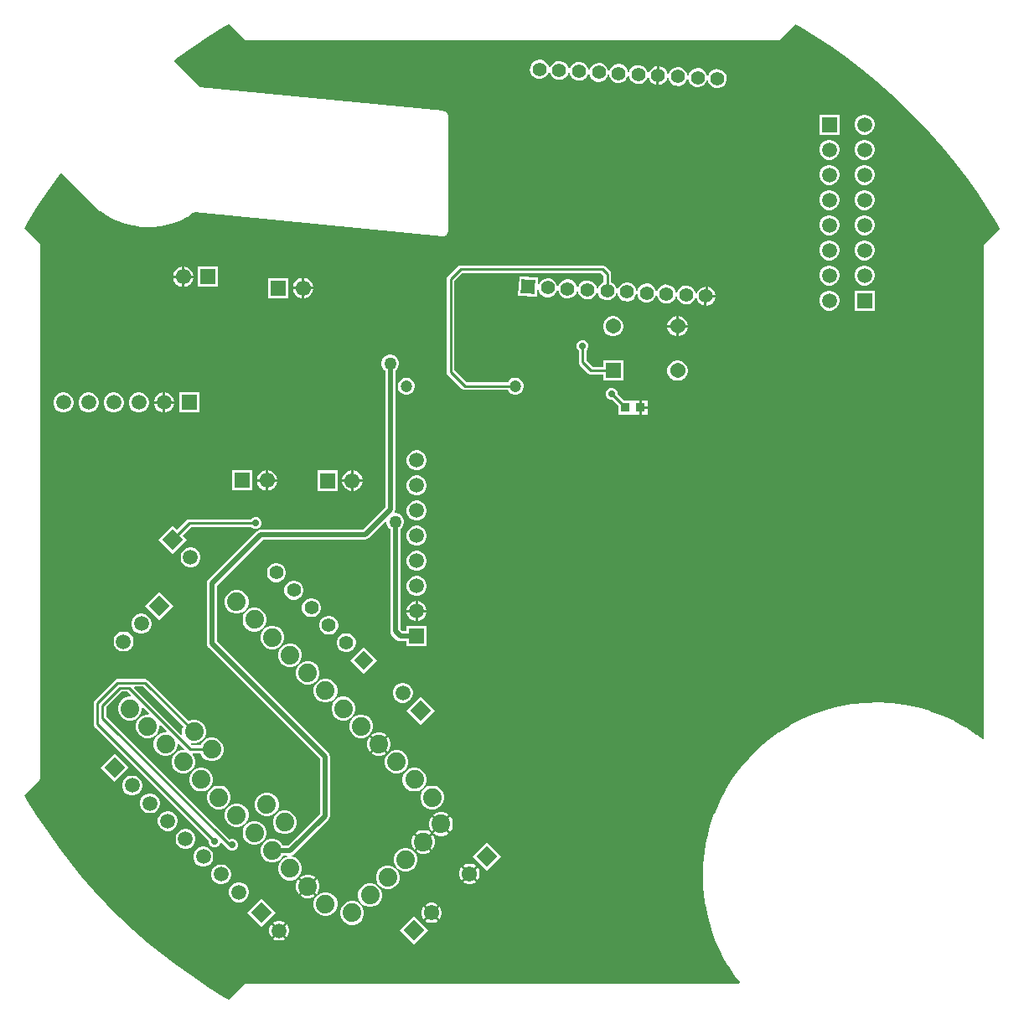
<source format=gbl>
G04*
G04 #@! TF.GenerationSoftware,Altium Limited,Altium Designer,22.5.1 (42)*
G04*
G04 Layer_Physical_Order=2*
G04 Layer_Color=16711680*
%FSLAX25Y25*%
%MOIN*%
G70*
G04*
G04 #@! TF.SameCoordinates,1E371425-67B3-4B82-B5F9-9DAA90CAEBC7*
G04*
G04*
G04 #@! TF.FilePolarity,Positive*
G04*
G01*
G75*
%ADD13C,0.01000*%
%ADD31R,0.06063X0.06063*%
%ADD32C,0.06063*%
%ADD33C,0.06102*%
%ADD34R,0.06102X0.06102*%
%ADD38P,0.08630X4X90.0*%
%ADD39C,0.05512*%
%ADD40P,0.07795X4X180.0*%
%ADD43R,0.03622X0.03819*%
%ADD47C,0.01968*%
%ADD50C,0.07400*%
%ADD51P,0.08352X4X360.0*%
%ADD52C,0.05906*%
%ADD53P,0.07795X4X132.0*%
%ADD54P,0.08352X4X270.0*%
%ADD55R,0.05906X0.05906*%
%ADD56R,0.05906X0.05906*%
%ADD57C,0.04724*%
%ADD58C,0.02756*%
%ADD59C,0.05000*%
G36*
X92157Y373679D02*
X92808Y373244D01*
X93576Y373091D01*
X304439D01*
X305207Y373244D01*
X305858Y373679D01*
X311722Y379543D01*
X313630Y378452D01*
X319980Y374535D01*
X326196Y370410D01*
X332273Y366080D01*
X338201Y361550D01*
X343976Y356826D01*
X349591Y351912D01*
X355039Y346815D01*
X360315Y341539D01*
X365412Y336091D01*
X370326Y330476D01*
X375050Y324701D01*
X379580Y318772D01*
X383910Y312696D01*
X388036Y306480D01*
X391952Y300130D01*
X393043Y298222D01*
X387179Y292358D01*
X386744Y291707D01*
X386591Y290939D01*
X386591Y95282D01*
X386142Y95061D01*
X383884Y96807D01*
X383815Y96841D01*
X383760Y96895D01*
X379513Y99689D01*
X379442Y99718D01*
X379383Y99768D01*
X374937Y102232D01*
X374863Y102256D01*
X374801Y102301D01*
X370181Y104420D01*
X370105Y104438D01*
X370040Y104478D01*
X365272Y106241D01*
X365196Y106253D01*
X365127Y106288D01*
X360239Y107684D01*
X360162Y107690D01*
X360091Y107720D01*
X355112Y108741D01*
X355034Y108741D01*
X354961Y108766D01*
X349918Y109405D01*
X349841Y109400D01*
X349767Y109419D01*
X344690Y109674D01*
X344614Y109663D01*
X344537Y109676D01*
X339456Y109545D01*
X339381Y109528D01*
X339304Y109535D01*
X334247Y109019D01*
X334173Y108997D01*
X334096Y108998D01*
X329093Y108100D01*
X329021Y108072D01*
X328944Y108067D01*
X324024Y106792D01*
X323954Y106758D01*
X323878Y106748D01*
X319068Y105103D01*
X319001Y105064D01*
X318926Y105048D01*
X314255Y103042D01*
X314192Y102999D01*
X314117Y102977D01*
X309612Y100623D01*
X309552Y100574D01*
X309480Y100547D01*
X305167Y97858D01*
X305110Y97805D01*
X305040Y97772D01*
X300943Y94763D01*
X300891Y94706D01*
X300824Y94669D01*
X296967Y91357D01*
X296920Y91297D01*
X296856Y91254D01*
X293261Y87659D01*
X293218Y87595D01*
X293158Y87548D01*
X289846Y83691D01*
X289809Y83624D01*
X289752Y83571D01*
X286743Y79475D01*
X286710Y79405D01*
X286657Y79348D01*
X283968Y75035D01*
X283941Y74963D01*
X283892Y74903D01*
X281538Y70398D01*
X281516Y70323D01*
X281473Y70260D01*
X279467Y65589D01*
X279451Y65514D01*
X279412Y65447D01*
X277767Y60637D01*
X277757Y60561D01*
X277723Y60491D01*
X276448Y55571D01*
X276443Y55494D01*
X276415Y55422D01*
X275517Y50419D01*
X275518Y50342D01*
X275496Y50268D01*
X274980Y45211D01*
X274987Y45134D01*
X274970Y45059D01*
X274839Y39977D01*
X274852Y39902D01*
X274841Y39825D01*
X275096Y34748D01*
X275115Y34674D01*
X275110Y34597D01*
X275749Y29554D01*
X275774Y29481D01*
X275774Y29403D01*
X276795Y24424D01*
X276825Y24353D01*
X276831Y24276D01*
X278227Y19388D01*
X278262Y19319D01*
X278274Y19243D01*
X280037Y14475D01*
X280077Y14410D01*
X280095Y14334D01*
X282214Y9714D01*
X282259Y9652D01*
X282283Y9578D01*
X284747Y5132D01*
X284797Y5073D01*
X284826Y5002D01*
X287620Y755D01*
X287674Y701D01*
X287708Y631D01*
X289454Y-1627D01*
X289233Y-2076D01*
X93576D01*
X92808Y-2229D01*
X92157Y-2664D01*
X86293Y-8528D01*
X84386Y-7437D01*
X78035Y-3520D01*
X71819Y605D01*
X65742Y4935D01*
X59814Y9465D01*
X54039Y14189D01*
X48424Y19103D01*
X42976Y24200D01*
X37700Y29476D01*
X32603Y34924D01*
X27689Y40539D01*
X22965Y46314D01*
X18435Y52242D01*
X14105Y58319D01*
X9979Y64535D01*
X6063Y70885D01*
X4972Y72793D01*
X10836Y78657D01*
X11271Y79308D01*
X11424Y80076D01*
Y290939D01*
X11271Y291707D01*
X10836Y292358D01*
X4972Y298222D01*
X6093Y300183D01*
X10078Y306636D01*
X14279Y312950D01*
X18690Y319120D01*
X19375Y320012D01*
X19874Y320044D01*
X31947Y307971D01*
X31966Y307959D01*
X31979Y307940D01*
X32936Y307025D01*
X32994Y306988D01*
X33037Y306935D01*
X35069Y305238D01*
X35149Y305195D01*
X35212Y305129D01*
X37388Y303621D01*
X37471Y303585D01*
X37540Y303526D01*
X39842Y302219D01*
X39928Y302190D01*
X40002Y302137D01*
X42412Y301041D01*
X42501Y301021D01*
X42579Y300974D01*
X45077Y300099D01*
X45167Y300086D01*
X45250Y300047D01*
X47816Y299399D01*
X47907Y299395D01*
X47993Y299363D01*
X50607Y298948D01*
X50698Y298951D01*
X50786Y298927D01*
X53427Y298747D01*
X53517Y298759D01*
X53607Y298743D01*
X56253Y298801D01*
X56342Y298820D01*
X56433Y298813D01*
X59063Y299107D01*
X59150Y299135D01*
X59241Y299135D01*
X61835Y299664D01*
X61919Y299699D01*
X62010Y299708D01*
X64546Y300466D01*
X64626Y300509D01*
X64715Y300526D01*
X67173Y301509D01*
X67250Y301558D01*
X67337Y301583D01*
X69697Y302782D01*
X69769Y302838D01*
X69854Y302871D01*
X72097Y304276D01*
X72147Y304323D01*
X72209Y304352D01*
X72666Y304683D01*
X171307Y295133D01*
X171404Y295143D01*
X171500Y295124D01*
X171791Y295182D01*
X172086Y295212D01*
X172172Y295258D01*
X172268Y295277D01*
X172515Y295442D01*
X172776Y295582D01*
X172838Y295657D01*
X172919Y295712D01*
X173084Y295958D01*
X173272Y296188D01*
X173300Y296282D01*
X173354Y296363D01*
X173412Y296654D01*
X173498Y296938D01*
X173488Y297035D01*
X173507Y297131D01*
Y343014D01*
X173449Y343305D01*
X173420Y343600D01*
X173373Y343686D01*
X173354Y343782D01*
X173189Y344028D01*
X173049Y344290D01*
X172974Y344352D01*
X172919Y344433D01*
X172673Y344598D01*
X172443Y344785D01*
X172349Y344814D01*
X172268Y344868D01*
X171977Y344926D01*
X171693Y345011D01*
X74711Y354401D01*
X64471Y364641D01*
X64503Y365140D01*
X65396Y365825D01*
X71565Y370236D01*
X77879Y374437D01*
X84332Y378422D01*
X86293Y379543D01*
X92157Y373679D01*
D02*
G37*
%LPC*%
G36*
X209568Y365327D02*
X208600Y365122D01*
X207719Y364673D01*
X206984Y364011D01*
X206446Y363182D01*
X206140Y362241D01*
X206088Y361254D01*
X206294Y360286D01*
X206743Y359405D01*
X207405Y358670D01*
X208234Y358132D01*
X209175Y357826D01*
X210162Y357774D01*
X211130Y357980D01*
X212011Y358429D01*
X212746Y359090D01*
X213284Y359920D01*
X213497Y360575D01*
X214014Y360548D01*
X214158Y359874D01*
X214607Y358993D01*
X215268Y358258D01*
X216098Y357719D01*
X217038Y357414D01*
X218026Y357362D01*
X218993Y357567D01*
X219874Y358016D01*
X220609Y358678D01*
X221148Y359507D01*
X221361Y360163D01*
X221878Y360136D01*
X222021Y359462D01*
X222470Y358581D01*
X223132Y357846D01*
X223961Y357307D01*
X224902Y357002D01*
X225889Y356950D01*
X226857Y357155D01*
X227738Y357604D01*
X228473Y358266D01*
X229011Y359096D01*
X229224Y359750D01*
X229741Y359723D01*
X229884Y359050D01*
X230333Y358169D01*
X230995Y357434D01*
X231824Y356895D01*
X232765Y356590D01*
X233752Y356538D01*
X234719Y356743D01*
X235601Y357192D01*
X236335Y357854D01*
X236874Y358683D01*
X237087Y359339D01*
X237604Y359312D01*
X237747Y358638D01*
X238196Y357757D01*
X238858Y357022D01*
X239687Y356483D01*
X240628Y356177D01*
X241616Y356126D01*
X242583Y356331D01*
X243464Y356780D01*
X244199Y357442D01*
X244738Y358271D01*
X244950Y358926D01*
X245467Y358899D01*
X245610Y358226D01*
X246059Y357344D01*
X246721Y356610D01*
X247550Y356071D01*
X248491Y355765D01*
X249479Y355714D01*
X250446Y355919D01*
X251327Y356368D01*
X252062Y357030D01*
X252601Y357859D01*
X252814Y358515D01*
X253330Y358488D01*
X253474Y357814D01*
X253923Y356932D01*
X254585Y356198D01*
X255414Y355659D01*
X256349Y355355D01*
X256545Y359104D01*
X256742Y362854D01*
X255780Y362649D01*
X254899Y362200D01*
X254164Y361539D01*
X253625Y360709D01*
X253413Y360054D01*
X252896Y360081D01*
X252752Y360755D01*
X252303Y361636D01*
X251642Y362371D01*
X250812Y362909D01*
X249872Y363215D01*
X248884Y363267D01*
X247917Y363061D01*
X247036Y362612D01*
X246301Y361950D01*
X245762Y361121D01*
X245549Y360467D01*
X245032Y360494D01*
X244889Y361167D01*
X244440Y362048D01*
X243779Y362783D01*
X242949Y363322D01*
X242009Y363627D01*
X241021Y363679D01*
X240054Y363473D01*
X239173Y363024D01*
X238438Y362363D01*
X237899Y361533D01*
X237686Y360878D01*
X237169Y360905D01*
X237026Y361579D01*
X236577Y362460D01*
X235915Y363195D01*
X235086Y363734D01*
X234145Y364039D01*
X233158Y364091D01*
X232190Y363885D01*
X231309Y363436D01*
X230574Y362775D01*
X230036Y361945D01*
X229823Y361291D01*
X229306Y361318D01*
X229163Y361991D01*
X228714Y362872D01*
X228052Y363607D01*
X227223Y364146D01*
X226282Y364451D01*
X225295Y364503D01*
X224327Y364298D01*
X223446Y363848D01*
X222711Y363187D01*
X222173Y362357D01*
X221960Y361702D01*
X221443Y361729D01*
X221300Y362403D01*
X220851Y363284D01*
X220189Y364019D01*
X219359Y364558D01*
X218419Y364863D01*
X217431Y364915D01*
X216464Y364709D01*
X215583Y364260D01*
X214848Y363599D01*
X214309Y362769D01*
X214096Y362114D01*
X213579Y362141D01*
X213436Y362815D01*
X212987Y363697D01*
X212325Y364432D01*
X211496Y364970D01*
X210555Y365276D01*
X209568Y365327D01*
D02*
G37*
G36*
X257741Y362801D02*
X257544Y359052D01*
X257348Y355303D01*
X258309Y355507D01*
X259191Y355956D01*
X259925Y356618D01*
X260464Y357447D01*
X260677Y358102D01*
X261194Y358075D01*
X261337Y357401D01*
X261786Y356520D01*
X262448Y355785D01*
X263277Y355247D01*
X264217Y354941D01*
X265205Y354889D01*
X266172Y355095D01*
X267054Y355544D01*
X267789Y356206D01*
X268327Y357035D01*
X268540Y357690D01*
X269057Y357663D01*
X269200Y356989D01*
X269649Y356108D01*
X270311Y355373D01*
X271140Y354835D01*
X272081Y354529D01*
X273068Y354477D01*
X274036Y354683D01*
X274917Y355132D01*
X275652Y355794D01*
X276190Y356623D01*
X276403Y357278D01*
X276920Y357251D01*
X277063Y356577D01*
X277512Y355696D01*
X278174Y354961D01*
X279004Y354422D01*
X279944Y354117D01*
X280932Y354065D01*
X281899Y354271D01*
X282780Y354720D01*
X283515Y355381D01*
X284054Y356211D01*
X284359Y357151D01*
X284411Y358139D01*
X284206Y359106D01*
X283756Y359987D01*
X283095Y360722D01*
X282265Y361261D01*
X281325Y361567D01*
X280337Y361618D01*
X279370Y361413D01*
X278489Y360964D01*
X277754Y360302D01*
X277215Y359473D01*
X277002Y358818D01*
X276485Y358845D01*
X276342Y359519D01*
X275893Y360400D01*
X275231Y361135D01*
X274402Y361673D01*
X273462Y361979D01*
X272474Y362031D01*
X271507Y361825D01*
X270625Y361376D01*
X269890Y360714D01*
X269352Y359885D01*
X269139Y359230D01*
X268622Y359257D01*
X268479Y359931D01*
X268030Y360812D01*
X267368Y361547D01*
X266539Y362085D01*
X265598Y362391D01*
X264611Y362443D01*
X263643Y362237D01*
X262762Y361788D01*
X262027Y361126D01*
X261489Y360297D01*
X261276Y359642D01*
X260759Y359669D01*
X260616Y360343D01*
X260167Y361224D01*
X259505Y361959D01*
X258676Y362497D01*
X257741Y362801D01*
D02*
G37*
G36*
X339733Y343504D02*
X338692D01*
X337687Y343235D01*
X336786Y342714D01*
X336050Y341978D01*
X335529Y341077D01*
X335260Y340072D01*
Y339031D01*
X335529Y338025D01*
X336050Y337124D01*
X336786Y336388D01*
X337687Y335868D01*
X338692Y335598D01*
X339733D01*
X340738Y335868D01*
X341640Y336388D01*
X342376Y337124D01*
X342896Y338025D01*
X343165Y339031D01*
Y340072D01*
X342896Y341077D01*
X342376Y341978D01*
X341640Y342714D01*
X340738Y343235D01*
X339733Y343504D01*
D02*
G37*
G36*
X329165D02*
X321260D01*
Y335598D01*
X329165D01*
Y343504D01*
D02*
G37*
G36*
X325733Y333504D02*
X324692D01*
X323687Y333235D01*
X322786Y332714D01*
X322050Y331978D01*
X321529Y331077D01*
X321260Y330072D01*
Y329031D01*
X321529Y328026D01*
X322050Y327124D01*
X322786Y326388D01*
X323687Y325868D01*
X324692Y325599D01*
X325733D01*
X326738Y325868D01*
X327640Y326388D01*
X328376Y327124D01*
X328896Y328026D01*
X329165Y329031D01*
Y330072D01*
X328896Y331077D01*
X328376Y331978D01*
X327640Y332714D01*
X326738Y333235D01*
X325733Y333504D01*
D02*
G37*
G36*
X339733Y333504D02*
X338692D01*
X337687Y333235D01*
X336786Y332714D01*
X336050Y331978D01*
X335529Y331077D01*
X335260Y330072D01*
Y329031D01*
X335529Y328026D01*
X336050Y327124D01*
X336786Y326388D01*
X337687Y325868D01*
X338692Y325598D01*
X339733D01*
X340738Y325868D01*
X341640Y326388D01*
X342376Y327124D01*
X342896Y328026D01*
X343165Y329031D01*
Y330072D01*
X342896Y331077D01*
X342376Y331978D01*
X341640Y332714D01*
X340738Y333235D01*
X339733Y333504D01*
D02*
G37*
G36*
X325733Y323504D02*
X324692D01*
X323687Y323235D01*
X322786Y322714D01*
X322050Y321978D01*
X321529Y321077D01*
X321260Y320072D01*
Y319031D01*
X321529Y318025D01*
X322050Y317124D01*
X322786Y316388D01*
X323687Y315868D01*
X324692Y315599D01*
X325733D01*
X326738Y315868D01*
X327640Y316388D01*
X328376Y317124D01*
X328896Y318025D01*
X329165Y319031D01*
Y320072D01*
X328896Y321077D01*
X328376Y321978D01*
X327640Y322714D01*
X326738Y323235D01*
X325733Y323504D01*
D02*
G37*
G36*
X339733Y323504D02*
X338692D01*
X337687Y323235D01*
X336786Y322714D01*
X336050Y321978D01*
X335529Y321077D01*
X335260Y320072D01*
Y319031D01*
X335529Y318025D01*
X336050Y317124D01*
X336786Y316388D01*
X337687Y315868D01*
X338692Y315598D01*
X339733D01*
X340738Y315868D01*
X341640Y316388D01*
X342376Y317124D01*
X342896Y318025D01*
X343165Y319031D01*
Y320072D01*
X342896Y321077D01*
X342376Y321978D01*
X341640Y322714D01*
X340738Y323235D01*
X339733Y323504D01*
D02*
G37*
G36*
Y313504D02*
X338692D01*
X337687Y313235D01*
X336786Y312714D01*
X336050Y311978D01*
X335529Y311077D01*
X335260Y310072D01*
Y309031D01*
X335529Y308026D01*
X336050Y307124D01*
X336786Y306388D01*
X337687Y305868D01*
X338692Y305598D01*
X339733D01*
X340738Y305868D01*
X341640Y306388D01*
X342376Y307124D01*
X342896Y308026D01*
X343165Y309031D01*
Y310072D01*
X342896Y311077D01*
X342376Y311978D01*
X341640Y312714D01*
X340738Y313235D01*
X339733Y313504D01*
D02*
G37*
G36*
X325733D02*
X324692D01*
X323687Y313235D01*
X322786Y312714D01*
X322050Y311978D01*
X321529Y311077D01*
X321260Y310072D01*
Y309031D01*
X321529Y308026D01*
X322050Y307124D01*
X322786Y306388D01*
X323687Y305868D01*
X324692Y305598D01*
X325733D01*
X326738Y305868D01*
X327640Y306388D01*
X328376Y307124D01*
X328896Y308026D01*
X329165Y309031D01*
Y310072D01*
X328896Y311077D01*
X328376Y311978D01*
X327640Y312714D01*
X326738Y313235D01*
X325733Y313504D01*
D02*
G37*
G36*
X339733Y303504D02*
X338692D01*
X337687Y303235D01*
X336786Y302714D01*
X336050Y301978D01*
X335529Y301077D01*
X335260Y300072D01*
Y299031D01*
X335529Y298025D01*
X336050Y297124D01*
X336786Y296388D01*
X337687Y295868D01*
X338692Y295598D01*
X339733D01*
X340738Y295868D01*
X341640Y296388D01*
X342376Y297124D01*
X342896Y298025D01*
X343165Y299031D01*
Y300072D01*
X342896Y301077D01*
X342376Y301978D01*
X341640Y302714D01*
X340738Y303235D01*
X339733Y303504D01*
D02*
G37*
G36*
X325733D02*
X324692D01*
X323687Y303235D01*
X322786Y302714D01*
X322050Y301978D01*
X321529Y301077D01*
X321260Y300072D01*
Y299031D01*
X321529Y298025D01*
X322050Y297124D01*
X322786Y296388D01*
X323687Y295868D01*
X324692Y295598D01*
X325733D01*
X326738Y295868D01*
X327640Y296388D01*
X328376Y297124D01*
X328896Y298025D01*
X329165Y299031D01*
Y300072D01*
X328896Y301077D01*
X328376Y301978D01*
X327640Y302714D01*
X326738Y303235D01*
X325733Y303504D01*
D02*
G37*
G36*
X339733Y293504D02*
X338692D01*
X337687Y293235D01*
X336786Y292714D01*
X336050Y291978D01*
X335529Y291077D01*
X335260Y290072D01*
Y289031D01*
X335529Y288025D01*
X336050Y287124D01*
X336786Y286388D01*
X337687Y285868D01*
X338692Y285598D01*
X339733D01*
X340738Y285868D01*
X341640Y286388D01*
X342376Y287124D01*
X342896Y288025D01*
X343165Y289031D01*
Y290072D01*
X342896Y291077D01*
X342376Y291978D01*
X341640Y292714D01*
X340738Y293235D01*
X339733Y293504D01*
D02*
G37*
G36*
X325733D02*
X324692D01*
X323687Y293235D01*
X322786Y292714D01*
X322050Y291978D01*
X321529Y291077D01*
X321260Y290072D01*
Y289031D01*
X321529Y288025D01*
X322050Y287124D01*
X322786Y286388D01*
X323687Y285868D01*
X324692Y285598D01*
X325733D01*
X326738Y285868D01*
X327640Y286388D01*
X328376Y287124D01*
X328896Y288025D01*
X329165Y289031D01*
Y290072D01*
X328896Y291077D01*
X328376Y291978D01*
X327640Y292714D01*
X326738Y293235D01*
X325733Y293504D01*
D02*
G37*
G36*
X68691Y283051D02*
X68657D01*
Y279500D01*
X72209D01*
Y279533D01*
X71933Y280564D01*
X71399Y281487D01*
X70645Y282242D01*
X69721Y282775D01*
X68691Y283051D01*
D02*
G37*
G36*
X67658D02*
X67624D01*
X66594Y282775D01*
X65670Y282242D01*
X64916Y281487D01*
X64382Y280564D01*
X64106Y279533D01*
Y279500D01*
X67658D01*
Y283051D01*
D02*
G37*
G36*
X325733Y283504D02*
X324692D01*
X323687Y283235D01*
X322786Y282714D01*
X322050Y281978D01*
X321529Y281077D01*
X321260Y280072D01*
Y279031D01*
X321529Y278026D01*
X322050Y277124D01*
X322786Y276388D01*
X323687Y275868D01*
X324692Y275599D01*
X325733D01*
X326738Y275868D01*
X327640Y276388D01*
X328376Y277124D01*
X328896Y278026D01*
X329165Y279031D01*
Y280072D01*
X328896Y281077D01*
X328376Y281978D01*
X327640Y282714D01*
X326738Y283235D01*
X325733Y283504D01*
D02*
G37*
G36*
X339733Y283504D02*
X338692D01*
X337687Y283235D01*
X336786Y282714D01*
X336050Y281978D01*
X335529Y281077D01*
X335260Y280072D01*
Y279031D01*
X335529Y278026D01*
X336050Y277124D01*
X336786Y276388D01*
X337687Y275868D01*
X338692Y275598D01*
X339733D01*
X340738Y275868D01*
X341640Y276388D01*
X342376Y277124D01*
X342896Y278026D01*
X343165Y279031D01*
Y280072D01*
X342896Y281077D01*
X342376Y281978D01*
X341640Y282714D01*
X340738Y283235D01*
X339733Y283504D01*
D02*
G37*
G36*
X116376Y278551D02*
X116342D01*
Y275000D01*
X119894D01*
Y275033D01*
X119618Y276064D01*
X119084Y276988D01*
X118330Y277742D01*
X117406Y278275D01*
X116376Y278551D01*
D02*
G37*
G36*
X115342D02*
X115309D01*
X114279Y278275D01*
X113355Y277742D01*
X112601Y276988D01*
X112067Y276064D01*
X111791Y275033D01*
Y275000D01*
X115342D01*
Y278551D01*
D02*
G37*
G36*
X82051Y283051D02*
X73949D01*
Y274949D01*
X82051D01*
Y283051D01*
D02*
G37*
G36*
X72209Y278500D02*
X68657D01*
Y274949D01*
X68691D01*
X69721Y275225D01*
X70645Y275758D01*
X71399Y276513D01*
X71933Y277436D01*
X72209Y278467D01*
Y278500D01*
D02*
G37*
G36*
X67658D02*
X64106D01*
Y278467D01*
X64382Y277436D01*
X64916Y276513D01*
X65670Y275758D01*
X66594Y275225D01*
X67624Y274949D01*
X67658D01*
Y278500D01*
D02*
G37*
G36*
X235000Y283529D02*
X178500D01*
X177915Y283413D01*
X177419Y283081D01*
X173419Y279081D01*
X173087Y278585D01*
X172971Y278000D01*
Y241154D01*
X173087Y240568D01*
X173419Y240072D01*
X179072Y234419D01*
X179568Y234087D01*
X180154Y233971D01*
X197154D01*
X197463Y233436D01*
X198089Y232810D01*
X198856Y232367D01*
X199711Y232138D01*
X200596D01*
X201451Y232367D01*
X202218Y232810D01*
X202844Y233436D01*
X203287Y234202D01*
X203516Y235057D01*
Y235943D01*
X203287Y236798D01*
X202844Y237564D01*
X202218Y238190D01*
X201451Y238633D01*
X200596Y238862D01*
X199711D01*
X198856Y238633D01*
X198089Y238190D01*
X197463Y237564D01*
X197154Y237029D01*
X180787D01*
X176029Y241787D01*
Y277366D01*
X179133Y280471D01*
X234366D01*
X235255Y279582D01*
Y276843D01*
X234639Y276529D01*
X233904Y275867D01*
X233366Y275038D01*
X233153Y274383D01*
X232636Y274410D01*
X232493Y275083D01*
X232044Y275965D01*
X231382Y276699D01*
X230553Y277238D01*
X229612Y277544D01*
X228624Y277595D01*
X227657Y277390D01*
X226776Y276941D01*
X226041Y276279D01*
X225502Y275450D01*
X225290Y274796D01*
X224773Y274823D01*
X224630Y275496D01*
X224181Y276377D01*
X223519Y277112D01*
X222690Y277650D01*
X221749Y277956D01*
X220762Y278008D01*
X219795Y277802D01*
X218913Y277353D01*
X218178Y276691D01*
X217640Y275862D01*
X217427Y275206D01*
X216910Y275234D01*
X216767Y275907D01*
X216318Y276789D01*
X215656Y277523D01*
X214827Y278062D01*
X213886Y278368D01*
X212898Y278419D01*
X211931Y278214D01*
X211050Y277765D01*
X210315Y277103D01*
X209776Y276274D01*
X209635Y275838D01*
X209139Y275930D01*
X209279Y278610D01*
X201778Y279003D01*
X201385Y271501D01*
X208886Y271108D01*
X209027Y273786D01*
X209529Y273826D01*
X209625Y273378D01*
X210074Y272497D01*
X210735Y271762D01*
X211565Y271224D01*
X212505Y270918D01*
X213493Y270866D01*
X214460Y271072D01*
X215341Y271521D01*
X216076Y272182D01*
X216615Y273012D01*
X216828Y273667D01*
X217345Y273640D01*
X217488Y272966D01*
X217937Y272085D01*
X218599Y271350D01*
X219428Y270812D01*
X220369Y270506D01*
X221356Y270454D01*
X222324Y270660D01*
X223205Y271109D01*
X223940Y271771D01*
X224478Y272600D01*
X224691Y273254D01*
X225208Y273227D01*
X225351Y272554D01*
X225800Y271673D01*
X226461Y270938D01*
X227291Y270400D01*
X228231Y270094D01*
X229219Y270042D01*
X230186Y270248D01*
X231067Y270697D01*
X231802Y271358D01*
X232341Y272188D01*
X232554Y272843D01*
X233071Y272816D01*
X233214Y272142D01*
X233663Y271261D01*
X234325Y270526D01*
X235154Y269988D01*
X236094Y269682D01*
X237082Y269630D01*
X238049Y269836D01*
X238931Y270285D01*
X239666Y270947D01*
X240204Y271776D01*
X240417Y272432D01*
X240934Y272405D01*
X241077Y271730D01*
X241527Y270849D01*
X242188Y270114D01*
X243018Y269576D01*
X243958Y269270D01*
X244946Y269218D01*
X245913Y269424D01*
X246794Y269873D01*
X247529Y270535D01*
X248068Y271364D01*
X248281Y272019D01*
X248798Y271992D01*
X248941Y271318D01*
X249390Y270437D01*
X250052Y269702D01*
X250881Y269163D01*
X251822Y268858D01*
X252809Y268806D01*
X253777Y269012D01*
X254658Y269461D01*
X255393Y270122D01*
X255931Y270952D01*
X256144Y271606D01*
X256661Y271579D01*
X256804Y270906D01*
X257253Y270025D01*
X257914Y269290D01*
X258744Y268751D01*
X259684Y268446D01*
X260672Y268394D01*
X261639Y268600D01*
X262521Y269049D01*
X263255Y269710D01*
X263794Y270540D01*
X264007Y271195D01*
X264524Y271168D01*
X264667Y270494D01*
X265116Y269613D01*
X265778Y268878D01*
X266607Y268339D01*
X267548Y268034D01*
X268535Y267982D01*
X269503Y268187D01*
X270384Y268636D01*
X271119Y269298D01*
X271657Y270128D01*
X271870Y270782D01*
X272387Y270755D01*
X272530Y270082D01*
X272979Y269201D01*
X273641Y268466D01*
X274470Y267927D01*
X275405Y267623D01*
X275602Y271373D01*
X275798Y275122D01*
X274836Y274918D01*
X273955Y274469D01*
X273220Y273807D01*
X272682Y272977D01*
X272469Y272323D01*
X271952Y272350D01*
X271809Y273023D01*
X271360Y273904D01*
X270698Y274639D01*
X269869Y275178D01*
X268929Y275483D01*
X267941Y275535D01*
X266974Y275329D01*
X266092Y274881D01*
X265357Y274219D01*
X264819Y273389D01*
X264606Y272734D01*
X264089Y272761D01*
X263946Y273435D01*
X263497Y274316D01*
X262835Y275051D01*
X262006Y275590D01*
X261065Y275895D01*
X260078Y275947D01*
X259110Y275742D01*
X258229Y275293D01*
X257494Y274631D01*
X256956Y273801D01*
X256743Y273147D01*
X256226Y273174D01*
X256083Y273847D01*
X255634Y274728D01*
X254972Y275463D01*
X254143Y276002D01*
X253202Y276308D01*
X252215Y276359D01*
X251247Y276154D01*
X250366Y275705D01*
X249631Y275043D01*
X249093Y274214D01*
X248880Y273558D01*
X248363Y273585D01*
X248219Y274259D01*
X247771Y275141D01*
X247109Y275876D01*
X246279Y276414D01*
X245339Y276720D01*
X244351Y276772D01*
X243384Y276566D01*
X242503Y276117D01*
X241768Y275455D01*
X241229Y274626D01*
X241016Y273970D01*
X240499Y273997D01*
X240356Y274672D01*
X239907Y275553D01*
X239245Y276288D01*
X238416Y276826D01*
X238314Y276859D01*
Y280215D01*
X238198Y280801D01*
X237866Y281297D01*
X236081Y283081D01*
X235585Y283413D01*
X235000Y283529D01*
D02*
G37*
G36*
X276797Y275070D02*
X276627Y271820D01*
X279876Y271649D01*
X279672Y272611D01*
X279223Y273492D01*
X278561Y274227D01*
X277732Y274766D01*
X276797Y275070D01*
D02*
G37*
G36*
X119894Y274000D02*
X116342D01*
Y270449D01*
X116376D01*
X117406Y270725D01*
X118330Y271258D01*
X119084Y272012D01*
X119618Y272936D01*
X119894Y273967D01*
Y274000D01*
D02*
G37*
G36*
X115342D02*
X111791D01*
Y273967D01*
X112067Y272936D01*
X112601Y272012D01*
X113355Y271258D01*
X114279Y270725D01*
X115309Y270449D01*
X115342D01*
Y274000D01*
D02*
G37*
G36*
X110051Y278551D02*
X101949D01*
Y270449D01*
X110051D01*
Y278551D01*
D02*
G37*
G36*
X276574Y270821D02*
X276404Y267571D01*
X277366Y267776D01*
X278247Y268225D01*
X278982Y268886D01*
X279520Y269716D01*
X279824Y270651D01*
X276574Y270821D01*
D02*
G37*
G36*
X343165Y273504D02*
X335260D01*
Y265598D01*
X343165D01*
Y273504D01*
D02*
G37*
G36*
X325733D02*
X324692D01*
X323687Y273235D01*
X322786Y272714D01*
X322050Y271978D01*
X321529Y271077D01*
X321260Y270072D01*
Y269031D01*
X321529Y268025D01*
X322050Y267124D01*
X322786Y266388D01*
X323687Y265868D01*
X324692Y265598D01*
X325733D01*
X326738Y265868D01*
X327640Y266388D01*
X328376Y267124D01*
X328896Y268025D01*
X329165Y269031D01*
Y270072D01*
X328896Y271077D01*
X328376Y271978D01*
X327640Y272714D01*
X326738Y273235D01*
X325733Y273504D01*
D02*
G37*
G36*
X265326Y263390D02*
X265295D01*
Y259858D01*
X268827D01*
Y259889D01*
X268552Y260914D01*
X268021Y261834D01*
X267271Y262584D01*
X266351Y263115D01*
X265326Y263390D01*
D02*
G37*
G36*
X264295D02*
X264264D01*
X263239Y263115D01*
X262320Y262584D01*
X261569Y261834D01*
X261038Y260914D01*
X260764Y259889D01*
Y259858D01*
X264295D01*
Y263390D01*
D02*
G37*
G36*
X268827Y258858D02*
X265295D01*
Y255327D01*
X265326D01*
X266351Y255602D01*
X267271Y256132D01*
X268021Y256883D01*
X268552Y257802D01*
X268827Y258827D01*
Y258858D01*
D02*
G37*
G36*
X264295D02*
X260764D01*
Y258827D01*
X261038Y257802D01*
X261569Y256883D01*
X262320Y256132D01*
X263239Y255602D01*
X264264Y255327D01*
X264295D01*
Y258858D01*
D02*
G37*
G36*
X239736Y263390D02*
X238674D01*
X237649Y263115D01*
X236729Y262584D01*
X235979Y261834D01*
X235448Y260914D01*
X235173Y259889D01*
Y258827D01*
X235448Y257802D01*
X235979Y256883D01*
X236729Y256132D01*
X237649Y255602D01*
X238674Y255327D01*
X239736D01*
X240761Y255602D01*
X241680Y256132D01*
X242431Y256883D01*
X242962Y257802D01*
X243236Y258827D01*
Y259889D01*
X242962Y260914D01*
X242431Y261834D01*
X241680Y262584D01*
X240761Y263115D01*
X239736Y263390D01*
D02*
G37*
G36*
X265326Y245673D02*
X264264D01*
X263239Y245398D01*
X262320Y244868D01*
X261569Y244117D01*
X261038Y243198D01*
X260764Y242173D01*
Y241111D01*
X261038Y240086D01*
X261569Y239166D01*
X262320Y238416D01*
X263239Y237885D01*
X264264Y237610D01*
X265326D01*
X266351Y237885D01*
X267271Y238416D01*
X268021Y239166D01*
X268552Y240086D01*
X268827Y241111D01*
Y242173D01*
X268552Y243198D01*
X268021Y244117D01*
X267271Y244868D01*
X266351Y245398D01*
X265326Y245673D01*
D02*
G37*
G36*
X227473Y253878D02*
X226527D01*
X225653Y253516D01*
X224984Y252847D01*
X224622Y251973D01*
Y251027D01*
X224984Y250153D01*
X225471Y249667D01*
Y245000D01*
X225587Y244415D01*
X225919Y243919D01*
X229277Y240560D01*
X229773Y240229D01*
X230358Y240112D01*
X235173D01*
Y237610D01*
X243236D01*
Y245673D01*
X235173D01*
Y243171D01*
X230992D01*
X228529Y245634D01*
Y249667D01*
X229016Y250153D01*
X229378Y251027D01*
Y251973D01*
X229016Y252847D01*
X228347Y253516D01*
X227473Y253878D01*
D02*
G37*
G36*
X157289Y238862D02*
X156404D01*
X155549Y238633D01*
X154782Y238190D01*
X154156Y237564D01*
X153713Y236798D01*
X153484Y235943D01*
Y235057D01*
X153713Y234202D01*
X154156Y233436D01*
X154782Y232810D01*
X155549Y232367D01*
X156404Y232138D01*
X157289D01*
X158144Y232367D01*
X158911Y232810D01*
X159537Y233436D01*
X159979Y234202D01*
X160209Y235057D01*
Y235943D01*
X159979Y236798D01*
X159537Y237564D01*
X158911Y238190D01*
X158144Y238633D01*
X157289Y238862D01*
D02*
G37*
G36*
X61020Y232953D02*
X61000D01*
Y229500D01*
X64453D01*
Y229521D01*
X64183Y230526D01*
X63663Y231427D01*
X62927Y232163D01*
X62026Y232684D01*
X61020Y232953D01*
D02*
G37*
G36*
X60000D02*
X59980D01*
X58974Y232684D01*
X58073Y232163D01*
X57337Y231427D01*
X56817Y230526D01*
X56547Y229521D01*
Y229500D01*
X60000D01*
Y232953D01*
D02*
G37*
G36*
X250551Y229909D02*
Y227500D01*
X252862D01*
Y229909D01*
X250551D01*
D02*
G37*
G36*
X64453Y228500D02*
X61000D01*
Y225047D01*
X61020D01*
X62026Y225317D01*
X62927Y225837D01*
X63663Y226573D01*
X64183Y227474D01*
X64453Y228480D01*
Y228500D01*
D02*
G37*
G36*
X60000D02*
X56547D01*
Y228480D01*
X56817Y227474D01*
X57337Y226573D01*
X58073Y225837D01*
X58974Y225317D01*
X59980Y225047D01*
X60000D01*
Y228500D01*
D02*
G37*
G36*
X74453Y232953D02*
X66547D01*
Y225047D01*
X74453D01*
Y232953D01*
D02*
G37*
G36*
X41020D02*
X39980D01*
X38974Y232683D01*
X38073Y232163D01*
X37337Y231427D01*
X36817Y230526D01*
X36547Y229521D01*
Y228480D01*
X36817Y227474D01*
X37337Y226573D01*
X38073Y225837D01*
X38974Y225317D01*
X39980Y225047D01*
X41020D01*
X42026Y225317D01*
X42927Y225837D01*
X43663Y226573D01*
X44183Y227474D01*
X44453Y228480D01*
Y229521D01*
X44183Y230526D01*
X43663Y231427D01*
X42927Y232163D01*
X42026Y232683D01*
X41020Y232953D01*
D02*
G37*
G36*
X51020Y232953D02*
X49980D01*
X48974Y232683D01*
X48073Y232163D01*
X47337Y231427D01*
X46817Y230526D01*
X46547Y229520D01*
Y228480D01*
X46817Y227474D01*
X47337Y226573D01*
X48073Y225837D01*
X48974Y225317D01*
X49980Y225047D01*
X51020D01*
X52026Y225317D01*
X52927Y225837D01*
X53663Y226573D01*
X54183Y227474D01*
X54453Y228480D01*
Y229520D01*
X54183Y230526D01*
X53663Y231427D01*
X52927Y232163D01*
X52026Y232683D01*
X51020Y232953D01*
D02*
G37*
G36*
X31020Y232953D02*
X29980D01*
X28974Y232683D01*
X28073Y232163D01*
X27337Y231427D01*
X26817Y230526D01*
X26547Y229520D01*
Y228480D01*
X26817Y227474D01*
X27337Y226573D01*
X28073Y225837D01*
X28974Y225317D01*
X29980Y225047D01*
X31020D01*
X32026Y225317D01*
X32927Y225837D01*
X33663Y226573D01*
X34183Y227474D01*
X34453Y228480D01*
Y229520D01*
X34183Y230526D01*
X33663Y231427D01*
X32927Y232163D01*
X32026Y232683D01*
X31020Y232953D01*
D02*
G37*
G36*
X21021Y232953D02*
X19980D01*
X18974Y232683D01*
X18073Y232163D01*
X17337Y231427D01*
X16817Y230526D01*
X16547Y229520D01*
Y228480D01*
X16817Y227474D01*
X17337Y226573D01*
X18073Y225837D01*
X18974Y225317D01*
X19980Y225047D01*
X21021D01*
X22026Y225317D01*
X22927Y225837D01*
X23663Y226573D01*
X24183Y227474D01*
X24453Y228480D01*
Y229520D01*
X24183Y230526D01*
X23663Y231427D01*
X22927Y232163D01*
X22026Y232683D01*
X21021Y232953D01*
D02*
G37*
G36*
X252862Y226500D02*
X250551D01*
Y224091D01*
X252862D01*
Y226500D01*
D02*
G37*
G36*
X238973Y234878D02*
X238027D01*
X237153Y234516D01*
X236484Y233847D01*
X236122Y232973D01*
Y232027D01*
X236484Y231153D01*
X237153Y230484D01*
X238027Y230122D01*
X238762D01*
X241138Y227747D01*
Y224091D01*
X246740D01*
X246760Y224091D01*
X247240D01*
X247260Y224091D01*
X249551D01*
Y227000D01*
Y229909D01*
X247260D01*
X247240Y229909D01*
X246760D01*
X246740Y229909D01*
X243301D01*
X240878Y232332D01*
Y232973D01*
X240516Y233847D01*
X239847Y234516D01*
X238973Y234878D01*
D02*
G37*
G36*
X161520Y209953D02*
X160480D01*
X159474Y209683D01*
X158573Y209163D01*
X157837Y208427D01*
X157317Y207526D01*
X157047Y206520D01*
Y205480D01*
X157317Y204474D01*
X157837Y203573D01*
X158573Y202837D01*
X159474Y202317D01*
X160480Y202047D01*
X161520D01*
X162526Y202317D01*
X163427Y202837D01*
X164163Y203573D01*
X164683Y204474D01*
X164953Y205480D01*
Y206520D01*
X164683Y207526D01*
X164163Y208427D01*
X163427Y209163D01*
X162526Y209683D01*
X161520Y209953D01*
D02*
G37*
G36*
X102033Y202051D02*
X102000D01*
Y198500D01*
X105551D01*
Y198533D01*
X105275Y199564D01*
X104742Y200487D01*
X103988Y201242D01*
X103064Y201775D01*
X102033Y202051D01*
D02*
G37*
G36*
X101000D02*
X100967D01*
X99936Y201775D01*
X99013Y201242D01*
X98258Y200487D01*
X97725Y199564D01*
X97449Y198533D01*
Y198500D01*
X101000D01*
Y202051D01*
D02*
G37*
G36*
X135955Y201984D02*
X135921D01*
Y198433D01*
X139472D01*
Y198466D01*
X139196Y199497D01*
X138663Y200421D01*
X137909Y201175D01*
X136985Y201708D01*
X135955Y201984D01*
D02*
G37*
G36*
X134921D02*
X134888D01*
X133858Y201708D01*
X132934Y201175D01*
X132179Y200421D01*
X131646Y199497D01*
X131370Y198466D01*
Y198433D01*
X134921D01*
Y201984D01*
D02*
G37*
G36*
X105551Y197500D02*
X102000D01*
Y193949D01*
X102033D01*
X103064Y194225D01*
X103988Y194758D01*
X104742Y195512D01*
X105275Y196436D01*
X105551Y197467D01*
Y197500D01*
D02*
G37*
G36*
X101000D02*
X97449D01*
Y197467D01*
X97725Y196436D01*
X98258Y195512D01*
X99013Y194758D01*
X99936Y194225D01*
X100967Y193949D01*
X101000D01*
Y197500D01*
D02*
G37*
G36*
X95709Y202051D02*
X87606D01*
Y193949D01*
X95709D01*
Y202051D01*
D02*
G37*
G36*
X139472Y197433D02*
X135921D01*
Y193882D01*
X135955D01*
X136985Y194158D01*
X137909Y194691D01*
X138663Y195446D01*
X139196Y196369D01*
X139472Y197400D01*
Y197433D01*
D02*
G37*
G36*
X134921D02*
X131370D01*
Y197400D01*
X131646Y196369D01*
X132179Y195446D01*
X132934Y194691D01*
X133858Y194158D01*
X134888Y193882D01*
X134921D01*
Y197433D01*
D02*
G37*
G36*
X129630Y201984D02*
X121528D01*
Y193882D01*
X129630D01*
Y201984D01*
D02*
G37*
G36*
X161520Y199953D02*
X160480D01*
X159474Y199683D01*
X158573Y199163D01*
X157837Y198427D01*
X157317Y197526D01*
X157047Y196520D01*
Y195480D01*
X157317Y194474D01*
X157837Y193573D01*
X158573Y192837D01*
X159474Y192317D01*
X160480Y192047D01*
X161520D01*
X162526Y192317D01*
X163427Y192837D01*
X164163Y193573D01*
X164683Y194474D01*
X164953Y195480D01*
Y196520D01*
X164683Y197526D01*
X164163Y198427D01*
X163427Y199163D01*
X162526Y199683D01*
X161520Y199953D01*
D02*
G37*
G36*
Y189953D02*
X160480D01*
X159474Y189683D01*
X158573Y189163D01*
X157837Y188427D01*
X157317Y187526D01*
X157047Y186520D01*
Y185480D01*
X157317Y184474D01*
X157837Y183573D01*
X158573Y182837D01*
X159474Y182317D01*
X160480Y182047D01*
X161520D01*
X162526Y182317D01*
X163427Y182837D01*
X164163Y183573D01*
X164683Y184474D01*
X164953Y185480D01*
Y186520D01*
X164683Y187526D01*
X164163Y188427D01*
X163427Y189163D01*
X162526Y189683D01*
X161520Y189953D01*
D02*
G37*
G36*
X97473Y183378D02*
X96527D01*
X95653Y183016D01*
X95166Y182529D01*
X70500D01*
X69915Y182413D01*
X69419Y182081D01*
X65714Y178376D01*
X64000Y180090D01*
X58410Y174500D01*
X64000Y168910D01*
X69590Y174500D01*
X67876Y176214D01*
X71134Y179471D01*
X95166D01*
X95653Y178984D01*
X96527Y178622D01*
X97473D01*
X98347Y178984D01*
X99016Y179653D01*
X99378Y180527D01*
Y181473D01*
X99016Y182347D01*
X98347Y183016D01*
X97473Y183378D01*
D02*
G37*
G36*
X161520Y179953D02*
X160480D01*
X159474Y179683D01*
X158573Y179163D01*
X157837Y178427D01*
X157317Y177526D01*
X157047Y176520D01*
Y175480D01*
X157317Y174474D01*
X157837Y173573D01*
X158573Y172837D01*
X159474Y172317D01*
X160480Y172047D01*
X161520D01*
X162526Y172317D01*
X163427Y172837D01*
X164163Y173573D01*
X164683Y174474D01*
X164953Y175480D01*
Y176520D01*
X164683Y177526D01*
X164163Y178427D01*
X163427Y179163D01*
X162526Y179683D01*
X161520Y179953D01*
D02*
G37*
G36*
X71591Y171382D02*
X70551D01*
X69545Y171112D01*
X68644Y170592D01*
X67908Y169856D01*
X67388Y168955D01*
X67118Y167949D01*
Y166909D01*
X67388Y165903D01*
X67908Y165002D01*
X68644Y164266D01*
X69545Y163745D01*
X70551Y163476D01*
X71591D01*
X72597Y163745D01*
X73498Y164266D01*
X74234Y165002D01*
X74754Y165903D01*
X75024Y166909D01*
Y167949D01*
X74754Y168955D01*
X74234Y169856D01*
X73498Y170592D01*
X72597Y171112D01*
X71591Y171382D01*
D02*
G37*
G36*
X161520Y169953D02*
X160480D01*
X159474Y169683D01*
X158573Y169163D01*
X157837Y168427D01*
X157317Y167526D01*
X157047Y166520D01*
Y165480D01*
X157317Y164474D01*
X157837Y163573D01*
X158573Y162837D01*
X159474Y162317D01*
X160480Y162047D01*
X161520D01*
X162526Y162317D01*
X163427Y162837D01*
X164163Y163573D01*
X164683Y164474D01*
X164953Y165480D01*
Y166520D01*
X164683Y167526D01*
X164163Y168427D01*
X163427Y169163D01*
X162526Y169683D01*
X161520Y169953D01*
D02*
G37*
G36*
X105696Y165054D02*
X104707D01*
X103752Y164798D01*
X102895Y164304D01*
X102196Y163605D01*
X101701Y162748D01*
X101445Y161793D01*
Y160804D01*
X101701Y159849D01*
X102196Y158992D01*
X102895Y158293D01*
X103752Y157799D01*
X104707Y157543D01*
X105696D01*
X106651Y157799D01*
X107508Y158293D01*
X108207Y158992D01*
X108701Y159849D01*
X108957Y160804D01*
Y161793D01*
X108701Y162748D01*
X108207Y163605D01*
X107508Y164304D01*
X106651Y164798D01*
X105696Y165054D01*
D02*
G37*
G36*
X161520Y159953D02*
X160480D01*
X159474Y159683D01*
X158573Y159163D01*
X157837Y158427D01*
X157317Y157526D01*
X157047Y156520D01*
Y155480D01*
X157317Y154474D01*
X157837Y153573D01*
X158573Y152837D01*
X159474Y152317D01*
X160480Y152047D01*
X161520D01*
X162526Y152317D01*
X163427Y152837D01*
X164163Y153573D01*
X164683Y154474D01*
X164953Y155480D01*
Y156520D01*
X164683Y157526D01*
X164163Y158427D01*
X163427Y159163D01*
X162526Y159683D01*
X161520Y159953D01*
D02*
G37*
G36*
X112655Y158095D02*
X111667D01*
X110711Y157839D01*
X109855Y157344D01*
X109155Y156645D01*
X108661Y155789D01*
X108405Y154833D01*
Y153844D01*
X108661Y152889D01*
X109155Y152033D01*
X109855Y151333D01*
X110711Y150839D01*
X111667Y150583D01*
X112655D01*
X113611Y150839D01*
X114467Y151333D01*
X115166Y152033D01*
X115661Y152889D01*
X115917Y153844D01*
Y154833D01*
X115661Y155789D01*
X115166Y156645D01*
X114467Y157344D01*
X113611Y157839D01*
X112655Y158095D01*
D02*
G37*
G36*
X161520Y149953D02*
X161500D01*
Y146500D01*
X164953D01*
Y146520D01*
X164683Y147526D01*
X164163Y148427D01*
X163427Y149163D01*
X162526Y149683D01*
X161520Y149953D01*
D02*
G37*
G36*
X160500D02*
X160480D01*
X159474Y149683D01*
X158573Y149163D01*
X157837Y148427D01*
X157317Y147526D01*
X157047Y146520D01*
Y146500D01*
X160500D01*
Y149953D01*
D02*
G37*
G36*
X90027Y154381D02*
X88789D01*
X87594Y154061D01*
X86522Y153442D01*
X85647Y152567D01*
X85028Y151495D01*
X84708Y150300D01*
Y149063D01*
X85028Y147867D01*
X85647Y146795D01*
X86522Y145920D01*
X87594Y145302D01*
X88789Y144981D01*
X90027D01*
X91222Y145302D01*
X92294Y145920D01*
X93169Y146795D01*
X93788Y147867D01*
X94108Y149063D01*
Y150300D01*
X93788Y151495D01*
X93169Y152567D01*
X92294Y153442D01*
X91222Y154061D01*
X90027Y154381D01*
D02*
G37*
G36*
X119615Y151135D02*
X118626D01*
X117671Y150879D01*
X116815Y150385D01*
X116115Y149685D01*
X115621Y148829D01*
X115365Y147874D01*
Y146885D01*
X115621Y145929D01*
X116115Y145073D01*
X116815Y144374D01*
X117671Y143879D01*
X118626Y143623D01*
X119615D01*
X120571Y143879D01*
X121427Y144374D01*
X122126Y145073D01*
X122621Y145929D01*
X122877Y146885D01*
Y147874D01*
X122621Y148829D01*
X122126Y149685D01*
X121427Y150385D01*
X120571Y150879D01*
X119615Y151135D01*
D02*
G37*
G36*
X58571Y153661D02*
X52981Y148071D01*
X58571Y142481D01*
X64161Y148071D01*
X58571Y153661D01*
D02*
G37*
G36*
X164953Y145500D02*
X161500D01*
Y142047D01*
X161520D01*
X162526Y142317D01*
X163427Y142837D01*
X164163Y143573D01*
X164683Y144474D01*
X164953Y145480D01*
Y145500D01*
D02*
G37*
G36*
X160500D02*
X157047D01*
Y145480D01*
X157317Y144474D01*
X157837Y143573D01*
X158573Y142837D01*
X159474Y142317D01*
X160480Y142047D01*
X160500D01*
Y145500D01*
D02*
G37*
G36*
X97098Y147310D02*
X95861D01*
X94665Y146990D01*
X93594Y146371D01*
X92718Y145496D01*
X92100Y144424D01*
X91779Y143229D01*
Y141991D01*
X92100Y140796D01*
X92718Y139724D01*
X93594Y138849D01*
X94665Y138231D01*
X95861Y137910D01*
X97098D01*
X98294Y138231D01*
X99365Y138849D01*
X100240Y139724D01*
X100859Y140796D01*
X101179Y141991D01*
Y143229D01*
X100859Y144424D01*
X100240Y145496D01*
X99365Y146371D01*
X98294Y146990D01*
X97098Y147310D01*
D02*
G37*
G36*
X52020Y144953D02*
X50980D01*
X49974Y144683D01*
X49073Y144163D01*
X48337Y143427D01*
X47817Y142526D01*
X47547Y141520D01*
Y140480D01*
X47817Y139474D01*
X48337Y138573D01*
X49073Y137837D01*
X49974Y137317D01*
X50980Y137047D01*
X52020D01*
X53026Y137317D01*
X53927Y137837D01*
X54663Y138573D01*
X55183Y139474D01*
X55453Y140480D01*
Y141520D01*
X55183Y142526D01*
X54663Y143427D01*
X53927Y144163D01*
X53026Y144683D01*
X52020Y144953D01*
D02*
G37*
G36*
X126575Y144175D02*
X125586D01*
X124631Y143919D01*
X123775Y143425D01*
X123075Y142726D01*
X122581Y141869D01*
X122325Y140914D01*
Y139925D01*
X122581Y138970D01*
X123075Y138113D01*
X123775Y137414D01*
X124631Y136919D01*
X125586Y136663D01*
X126575D01*
X127530Y136919D01*
X128387Y137414D01*
X129086Y138113D01*
X129581Y138970D01*
X129837Y139925D01*
Y140914D01*
X129581Y141869D01*
X129086Y142726D01*
X128387Y143425D01*
X127530Y143919D01*
X126575Y144175D01*
D02*
G37*
G36*
X150961Y248000D02*
X150039D01*
X149149Y247762D01*
X148351Y247301D01*
X147699Y246649D01*
X147239Y245851D01*
X147000Y244961D01*
Y244039D01*
X147239Y243149D01*
X147699Y242351D01*
X148351Y241699D01*
X148477Y241627D01*
Y187338D01*
X139662Y178523D01*
X99000D01*
X98226Y178369D01*
X97569Y177931D01*
X78069Y158431D01*
X77631Y157774D01*
X77477Y157000D01*
Y133250D01*
X77631Y132476D01*
X78069Y131819D01*
X122477Y87412D01*
Y65338D01*
X109849Y52710D01*
X107810D01*
X107311Y53573D01*
X106436Y54448D01*
X105365Y55066D01*
X104169Y55387D01*
X102932D01*
X101736Y55066D01*
X100665Y54448D01*
X99790Y53573D01*
X99171Y52501D01*
X98851Y51306D01*
Y50068D01*
X99171Y48873D01*
X99790Y47801D01*
X100665Y46926D01*
X101736Y46307D01*
X102932Y45987D01*
X104169D01*
X105365Y46307D01*
X106436Y46926D01*
X107311Y47801D01*
X107810Y48664D01*
X109371D01*
X109436Y48164D01*
X108807Y47995D01*
X107735Y47376D01*
X106860Y46501D01*
X106241Y45429D01*
X105921Y44234D01*
Y42996D01*
X106241Y41801D01*
X106860Y40729D01*
X107735Y39854D01*
X108807Y39235D01*
X110002Y38915D01*
X111240D01*
X112435Y39235D01*
X113507Y39854D01*
X114382Y40729D01*
X115001Y41801D01*
X115321Y42996D01*
Y44234D01*
X115001Y45429D01*
X114382Y46501D01*
X113507Y47376D01*
X112435Y47995D01*
X111350Y48286D01*
X111352Y48796D01*
X111461Y48818D01*
X112117Y49256D01*
X125931Y63069D01*
X126369Y63726D01*
X126523Y64500D01*
Y88250D01*
X126369Y89024D01*
X125931Y89681D01*
X81523Y134088D01*
Y156162D01*
X99838Y174477D01*
X140500D01*
X141274Y174631D01*
X141931Y175069D01*
X148500Y181639D01*
X149000Y181432D01*
Y181039D01*
X149239Y180149D01*
X149699Y179351D01*
X150351Y178699D01*
X150477Y178627D01*
Y138000D01*
X150631Y137226D01*
X151069Y136569D01*
X153069Y134569D01*
X153726Y134131D01*
X154500Y133977D01*
X157047D01*
Y132047D01*
X164953D01*
Y139953D01*
X157047D01*
Y138023D01*
X155338D01*
X154523Y138838D01*
Y178627D01*
X154649Y178699D01*
X155301Y179351D01*
X155762Y180149D01*
X156000Y181039D01*
Y181961D01*
X155762Y182851D01*
X155301Y183649D01*
X154649Y184301D01*
X153851Y184762D01*
X152961Y185000D01*
X152486D01*
X152218Y185500D01*
X152369Y185726D01*
X152523Y186500D01*
Y241627D01*
X152649Y241699D01*
X153301Y242351D01*
X153761Y243149D01*
X154000Y244039D01*
Y244961D01*
X153761Y245851D01*
X153301Y246649D01*
X152649Y247301D01*
X151851Y247762D01*
X150961Y248000D01*
D02*
G37*
G36*
X104169Y140239D02*
X102931D01*
X101736Y139919D01*
X100664Y139300D01*
X99789Y138425D01*
X99171Y137353D01*
X98850Y136158D01*
Y134921D01*
X99171Y133725D01*
X99789Y132653D01*
X100664Y131778D01*
X101736Y131160D01*
X102931Y130839D01*
X104169D01*
X105364Y131160D01*
X106436Y131778D01*
X107311Y132653D01*
X107930Y133725D01*
X108250Y134921D01*
Y136158D01*
X107930Y137353D01*
X107311Y138425D01*
X106436Y139300D01*
X105364Y139919D01*
X104169Y140239D01*
D02*
G37*
G36*
X44949Y137882D02*
X43909D01*
X42903Y137612D01*
X42002Y137092D01*
X41266Y136356D01*
X40745Y135455D01*
X40476Y134449D01*
Y133408D01*
X40745Y132403D01*
X41266Y131502D01*
X42002Y130766D01*
X42903Y130246D01*
X43909Y129976D01*
X44949D01*
X45955Y130246D01*
X46856Y130766D01*
X47592Y131502D01*
X48112Y132403D01*
X48382Y133408D01*
Y134449D01*
X48112Y135455D01*
X47592Y136356D01*
X46856Y137092D01*
X45955Y137612D01*
X44949Y137882D01*
D02*
G37*
G36*
X133535Y137216D02*
X132546D01*
X131591Y136960D01*
X130734Y136465D01*
X130035Y135766D01*
X129540Y134909D01*
X129284Y133954D01*
Y132965D01*
X129540Y132010D01*
X130035Y131154D01*
X130734Y130454D01*
X131591Y129960D01*
X132546Y129704D01*
X133535D01*
X134490Y129960D01*
X135346Y130454D01*
X136046Y131154D01*
X136540Y132010D01*
X136796Y132965D01*
Y133954D01*
X136540Y134909D01*
X136046Y135766D01*
X135346Y136465D01*
X134490Y136960D01*
X133535Y137216D01*
D02*
G37*
G36*
X111240Y133168D02*
X110003D01*
X108808Y132848D01*
X107736Y132229D01*
X106861Y131354D01*
X106242Y130282D01*
X105922Y129087D01*
Y127849D01*
X106242Y126654D01*
X106861Y125582D01*
X107736Y124707D01*
X108808Y124088D01*
X110003Y123768D01*
X111240D01*
X112436Y124088D01*
X113507Y124707D01*
X114383Y125582D01*
X115001Y126654D01*
X115322Y127849D01*
Y129087D01*
X115001Y130282D01*
X114383Y131354D01*
X113507Y132229D01*
X112436Y132848D01*
X111240Y133168D01*
D02*
G37*
G36*
X140000Y131812D02*
X134688Y126500D01*
X140000Y121188D01*
X145312Y126500D01*
X140000Y131812D01*
D02*
G37*
G36*
X118311Y126097D02*
X117074D01*
X115878Y125777D01*
X114806Y125158D01*
X113932Y124283D01*
X113313Y123211D01*
X112992Y122016D01*
Y120779D01*
X113313Y119583D01*
X113932Y118511D01*
X114806Y117636D01*
X115878Y117018D01*
X117074Y116697D01*
X118311D01*
X119507Y117018D01*
X120578Y117636D01*
X121453Y118511D01*
X122072Y119583D01*
X122392Y120779D01*
Y122016D01*
X122072Y123211D01*
X121453Y124283D01*
X120578Y125158D01*
X119507Y125777D01*
X118311Y126097D01*
D02*
G37*
G36*
X125382Y119026D02*
X124145D01*
X122950Y118706D01*
X121878Y118087D01*
X121003Y117212D01*
X120384Y116140D01*
X120064Y114945D01*
Y113707D01*
X120384Y112512D01*
X121003Y111440D01*
X121878Y110565D01*
X122950Y109946D01*
X124145Y109626D01*
X125382D01*
X126578Y109946D01*
X127649Y110565D01*
X128525Y111440D01*
X129143Y112512D01*
X129464Y113707D01*
Y114945D01*
X129143Y116140D01*
X128525Y117212D01*
X127649Y118087D01*
X126578Y118706D01*
X125382Y119026D01*
D02*
G37*
G36*
X156020Y117453D02*
X154980D01*
X153974Y117183D01*
X153073Y116663D01*
X152337Y115927D01*
X151817Y115026D01*
X151547Y114020D01*
Y112980D01*
X151817Y111974D01*
X152337Y111073D01*
X153073Y110337D01*
X153974Y109817D01*
X154980Y109547D01*
X156020D01*
X157026Y109817D01*
X157927Y110337D01*
X158663Y111073D01*
X159183Y111974D01*
X159453Y112980D01*
Y114020D01*
X159183Y115026D01*
X158663Y115927D01*
X157927Y116663D01*
X157026Y117183D01*
X156020Y117453D01*
D02*
G37*
G36*
X132453Y111955D02*
X131216D01*
X130020Y111635D01*
X128949Y111016D01*
X128074Y110141D01*
X127455Y109069D01*
X127135Y107874D01*
Y106636D01*
X127455Y105441D01*
X128074Y104369D01*
X128949Y103494D01*
X130020Y102875D01*
X131216Y102555D01*
X132453D01*
X133649Y102875D01*
X134721Y103494D01*
X135596Y104369D01*
X136214Y105441D01*
X136535Y106636D01*
Y107874D01*
X136214Y109069D01*
X135596Y110141D01*
X134721Y111016D01*
X133649Y111635D01*
X132453Y111955D01*
D02*
G37*
G36*
X162571Y112019D02*
X156981Y106429D01*
X162571Y100839D01*
X168161Y106429D01*
X162571Y112019D01*
D02*
G37*
G36*
X139524Y104884D02*
X138287D01*
X137092Y104563D01*
X136020Y103945D01*
X135145Y103070D01*
X134526Y101998D01*
X134206Y100803D01*
Y99565D01*
X134526Y98370D01*
X135145Y97298D01*
X136020Y96423D01*
X137092Y95804D01*
X138287Y95484D01*
X139524D01*
X140720Y95804D01*
X141792Y96423D01*
X142667Y97298D01*
X143285Y98370D01*
X143606Y99565D01*
Y100803D01*
X143285Y101998D01*
X142667Y103070D01*
X141792Y103945D01*
X140720Y104563D01*
X139524Y104884D01*
D02*
G37*
G36*
X146595Y97813D02*
X145358D01*
X144162Y97492D01*
X143091Y96874D01*
X143007Y96790D01*
X145976Y93820D01*
X148946Y96790D01*
X148862Y96874D01*
X147791Y97492D01*
X146595Y97813D01*
D02*
G37*
G36*
X149653Y96083D02*
X146684Y93113D01*
X149653Y90143D01*
X149737Y90227D01*
X150356Y91299D01*
X150677Y92494D01*
Y93731D01*
X150356Y94927D01*
X149737Y95999D01*
X149653Y96083D01*
D02*
G37*
G36*
X142299Y96083D02*
X142216Y95999D01*
X141597Y94927D01*
X141277Y93731D01*
Y92494D01*
X141597Y91299D01*
X142216Y90227D01*
X142299Y90143D01*
X145269Y93113D01*
X142299Y96083D01*
D02*
G37*
G36*
X145976Y92405D02*
X143007Y89436D01*
X143091Y89352D01*
X144162Y88733D01*
X145358Y88413D01*
X146595D01*
X147791Y88733D01*
X148862Y89352D01*
X148946Y89436D01*
X145976Y92405D01*
D02*
G37*
G36*
X53000Y119029D02*
X42000D01*
X41415Y118913D01*
X40919Y118581D01*
X32919Y110581D01*
X32587Y110085D01*
X32471Y109500D01*
Y101000D01*
X32587Y100415D01*
X32919Y99919D01*
X78122Y54715D01*
Y54027D01*
X78484Y53153D01*
X79153Y52484D01*
X80027Y52122D01*
X80973D01*
X81847Y52484D01*
X82516Y53153D01*
X82797Y53833D01*
X83340Y53997D01*
X85083Y52254D01*
X85293Y52114D01*
X85484Y51653D01*
X86153Y50984D01*
X87027Y50622D01*
X87973D01*
X88847Y50984D01*
X89516Y51653D01*
X89878Y52527D01*
Y53473D01*
X89516Y54347D01*
X88847Y55016D01*
X87973Y55378D01*
X87027D01*
X86502Y55161D01*
X37529Y104133D01*
Y107867D01*
X43633Y113971D01*
X45867D01*
X47382Y112455D01*
X47175Y111955D01*
X46363D01*
X45168Y111635D01*
X44096Y111016D01*
X43221Y110141D01*
X42602Y109069D01*
X42282Y107874D01*
Y106637D01*
X42602Y105441D01*
X43221Y104369D01*
X44096Y103494D01*
X45168Y102875D01*
X46363Y102555D01*
X47601D01*
X48796Y102875D01*
X49868Y103494D01*
X50743Y104369D01*
X51362Y105441D01*
X51682Y106637D01*
Y107448D01*
X52182Y107655D01*
X54453Y105384D01*
X54246Y104884D01*
X53434D01*
X52239Y104564D01*
X51167Y103945D01*
X50292Y103070D01*
X49673Y101998D01*
X49353Y100803D01*
Y99565D01*
X49673Y98370D01*
X50292Y97298D01*
X51167Y96423D01*
X52239Y95804D01*
X53434Y95484D01*
X54672D01*
X55867Y95804D01*
X56939Y96423D01*
X57814Y97298D01*
X58433Y98370D01*
X58753Y99565D01*
Y100377D01*
X59253Y100584D01*
X61524Y98313D01*
X61317Y97813D01*
X60505D01*
X59310Y97492D01*
X58238Y96874D01*
X57363Y95999D01*
X56744Y94927D01*
X56424Y93731D01*
Y92494D01*
X56744Y91299D01*
X57363Y90227D01*
X58238Y89352D01*
X59310Y88733D01*
X60505Y88413D01*
X61743D01*
X62938Y88733D01*
X64010Y89352D01*
X64885Y90227D01*
X65504Y91299D01*
X65824Y92494D01*
Y93306D01*
X66324Y93513D01*
X68595Y91242D01*
X68388Y90742D01*
X67576D01*
X66381Y90421D01*
X65309Y89802D01*
X64434Y88927D01*
X63815Y87856D01*
X63495Y86660D01*
Y85423D01*
X63815Y84227D01*
X64434Y83156D01*
X65309Y82281D01*
X66381Y81662D01*
X67576Y81342D01*
X68814D01*
X70009Y81662D01*
X71081Y82281D01*
X71956Y83156D01*
X72575Y84227D01*
X72895Y85423D01*
Y86660D01*
X72575Y87856D01*
X71956Y88927D01*
X71777Y89106D01*
X71969Y89568D01*
X75024D01*
X75129Y89177D01*
X75748Y88105D01*
X76623Y87230D01*
X77695Y86612D01*
X78890Y86291D01*
X80128D01*
X81323Y86612D01*
X82395Y87230D01*
X83270Y88105D01*
X83888Y89177D01*
X84209Y90373D01*
Y91610D01*
X83888Y92805D01*
X83270Y93877D01*
X82395Y94752D01*
X81323Y95371D01*
X80128Y95691D01*
X78890D01*
X77695Y95371D01*
X76623Y94752D01*
X75748Y93877D01*
X75129Y92805D01*
X75081Y92627D01*
X71536D01*
X71134Y93028D01*
X71393Y93477D01*
X71819Y93363D01*
X73057D01*
X74252Y93683D01*
X75324Y94302D01*
X76199Y95177D01*
X76818Y96249D01*
X77138Y97444D01*
Y98681D01*
X76818Y99877D01*
X76199Y100949D01*
X75324Y101824D01*
X74252Y102442D01*
X73057Y102763D01*
X71819D01*
X70624Y102442D01*
X70368Y102295D01*
X54082Y118581D01*
X53586Y118913D01*
X53000Y119029D01*
D02*
G37*
G36*
X153666Y90742D02*
X152429D01*
X151234Y90422D01*
X150162Y89803D01*
X149287Y88928D01*
X148668Y87856D01*
X148348Y86661D01*
Y85423D01*
X148668Y84228D01*
X149287Y83156D01*
X150162Y82281D01*
X151234Y81662D01*
X152429Y81342D01*
X153666D01*
X154862Y81662D01*
X155934Y82281D01*
X156809Y83156D01*
X157427Y84228D01*
X157748Y85423D01*
Y86661D01*
X157427Y87856D01*
X156809Y88928D01*
X155934Y89803D01*
X154862Y90422D01*
X153666Y90742D01*
D02*
G37*
G36*
X40787Y89303D02*
X35197Y83713D01*
X40787Y78123D01*
X46377Y83713D01*
X40787Y89303D01*
D02*
G37*
G36*
X75885Y83671D02*
X74647D01*
X73452Y83351D01*
X72380Y82732D01*
X71505Y81857D01*
X70886Y80785D01*
X70566Y79590D01*
Y78352D01*
X70886Y77157D01*
X71505Y76085D01*
X72380Y75210D01*
X73452Y74591D01*
X74647Y74271D01*
X75885D01*
X77080Y74591D01*
X78152Y75210D01*
X79027Y76085D01*
X79646Y77157D01*
X79966Y78352D01*
Y79590D01*
X79646Y80785D01*
X79027Y81857D01*
X78152Y82732D01*
X77080Y83351D01*
X75885Y83671D01*
D02*
G37*
G36*
X160738Y83671D02*
X159500D01*
X158305Y83350D01*
X157233Y82731D01*
X156358Y81856D01*
X155739Y80785D01*
X155419Y79589D01*
Y78352D01*
X155739Y77156D01*
X156358Y76085D01*
X157233Y75210D01*
X158305Y74591D01*
X159500Y74270D01*
X160738D01*
X161933Y74591D01*
X163005Y75210D01*
X163880Y76085D01*
X164499Y77156D01*
X164819Y78352D01*
Y79589D01*
X164499Y80785D01*
X163880Y81856D01*
X163005Y82731D01*
X161933Y83350D01*
X160738Y83671D01*
D02*
G37*
G36*
X48378Y80595D02*
X47338D01*
X46332Y80326D01*
X45431Y79805D01*
X44695Y79069D01*
X44175Y78168D01*
X43905Y77162D01*
Y76122D01*
X44175Y75116D01*
X44695Y74215D01*
X45431Y73479D01*
X46332Y72959D01*
X47338Y72689D01*
X48378D01*
X49384Y72959D01*
X50285Y73479D01*
X51021Y74215D01*
X51541Y75116D01*
X51811Y76122D01*
Y77162D01*
X51541Y78168D01*
X51021Y79069D01*
X50285Y79805D01*
X49384Y80326D01*
X48378Y80595D01*
D02*
G37*
G36*
X167809Y76600D02*
X166571D01*
X165376Y76280D01*
X164304Y75661D01*
X163429Y74786D01*
X162810Y73714D01*
X162490Y72519D01*
Y71281D01*
X162810Y70086D01*
X163429Y69014D01*
X164304Y68139D01*
X165376Y67520D01*
X166571Y67200D01*
X167809D01*
X169004Y67520D01*
X170076Y68139D01*
X170951Y69014D01*
X171570Y70086D01*
X171890Y71281D01*
Y72519D01*
X171570Y73714D01*
X170951Y74786D01*
X170076Y75661D01*
X169004Y76280D01*
X167809Y76600D01*
D02*
G37*
G36*
X82956Y76600D02*
X81718D01*
X80523Y76279D01*
X79451Y75661D01*
X78576Y74786D01*
X77957Y73714D01*
X77637Y72518D01*
Y71281D01*
X77957Y70086D01*
X78576Y69014D01*
X79451Y68139D01*
X80523Y67520D01*
X81718Y67200D01*
X82956D01*
X84151Y67520D01*
X85223Y68139D01*
X86098Y69014D01*
X86717Y70086D01*
X87037Y71281D01*
Y72518D01*
X86717Y73714D01*
X86098Y74786D01*
X85223Y75661D01*
X84151Y76279D01*
X82956Y76600D01*
D02*
G37*
G36*
X55449Y73524D02*
X54408D01*
X53403Y73255D01*
X52502Y72734D01*
X51766Y71998D01*
X51245Y71097D01*
X50976Y70091D01*
Y69051D01*
X51245Y68045D01*
X51766Y67144D01*
X52502Y66408D01*
X53403Y65888D01*
X54408Y65618D01*
X55449D01*
X56454Y65888D01*
X57356Y66408D01*
X58092Y67144D01*
X58612Y68045D01*
X58882Y69051D01*
Y70091D01*
X58612Y71097D01*
X58092Y71998D01*
X57356Y72734D01*
X56454Y73255D01*
X55449Y73524D01*
D02*
G37*
G36*
X102048Y73771D02*
X100810D01*
X99615Y73451D01*
X98543Y72832D01*
X97668Y71957D01*
X97049Y70885D01*
X96729Y69690D01*
Y68452D01*
X97049Y67257D01*
X97668Y66185D01*
X98543Y65310D01*
X99615Y64691D01*
X100810Y64371D01*
X102048D01*
X103243Y64691D01*
X104315Y65310D01*
X105190Y66185D01*
X105809Y67257D01*
X106129Y68452D01*
Y69690D01*
X105809Y70885D01*
X105190Y71957D01*
X104315Y72832D01*
X103243Y73451D01*
X102048Y73771D01*
D02*
G37*
G36*
X171344Y65993D02*
X170107D01*
X168911Y65672D01*
X167840Y65054D01*
X167756Y64970D01*
X170726Y62000D01*
X173695Y64970D01*
X173611Y65054D01*
X172540Y65672D01*
X171344Y65993D01*
D02*
G37*
G36*
X90027Y69528D02*
X88789D01*
X87594Y69208D01*
X86522Y68589D01*
X85647Y67714D01*
X85028Y66642D01*
X84708Y65447D01*
Y64210D01*
X85028Y63014D01*
X85647Y61942D01*
X86522Y61067D01*
X87594Y60449D01*
X88789Y60128D01*
X90027D01*
X91222Y60449D01*
X92294Y61067D01*
X93169Y61942D01*
X93788Y63014D01*
X94108Y64210D01*
Y65447D01*
X93788Y66642D01*
X93169Y67714D01*
X92294Y68589D01*
X91222Y69208D01*
X90027Y69528D01*
D02*
G37*
G36*
X62520Y66453D02*
X61480D01*
X60474Y66183D01*
X59573Y65663D01*
X58837Y64927D01*
X58317Y64026D01*
X58047Y63020D01*
Y61980D01*
X58317Y60974D01*
X58837Y60073D01*
X59573Y59337D01*
X60474Y58817D01*
X61480Y58547D01*
X62520D01*
X63526Y58817D01*
X64427Y59337D01*
X65163Y60073D01*
X65683Y60974D01*
X65953Y61980D01*
Y63020D01*
X65683Y64026D01*
X65163Y64927D01*
X64427Y65663D01*
X63526Y66183D01*
X62520Y66453D01*
D02*
G37*
G36*
X167049Y64262D02*
X166965Y64179D01*
X166346Y63107D01*
X166026Y61911D01*
Y60674D01*
X166346Y59478D01*
X166965Y58407D01*
X167049Y58323D01*
X170018Y61293D01*
X167049Y64262D01*
D02*
G37*
G36*
X174402Y64262D02*
X171433Y61293D01*
X174402Y58323D01*
X174486Y58407D01*
X175105Y59478D01*
X175426Y60674D01*
Y61911D01*
X175105Y63107D01*
X174486Y64179D01*
X174402Y64262D01*
D02*
G37*
G36*
X109119Y66700D02*
X107881D01*
X106686Y66380D01*
X105614Y65761D01*
X104739Y64886D01*
X104120Y63814D01*
X103800Y62619D01*
Y61381D01*
X104120Y60186D01*
X104739Y59114D01*
X105614Y58239D01*
X106686Y57620D01*
X107881Y57300D01*
X109119D01*
X110314Y57620D01*
X111386Y58239D01*
X112261Y59114D01*
X112880Y60186D01*
X113200Y61381D01*
Y62619D01*
X112880Y63814D01*
X112261Y64886D01*
X111386Y65761D01*
X110314Y66380D01*
X109119Y66700D01*
D02*
G37*
G36*
X170726Y60585D02*
X167756Y57616D01*
X167840Y57532D01*
X168911Y56913D01*
X170107Y56593D01*
X171344D01*
X172540Y56913D01*
X173611Y57532D01*
X173695Y57616D01*
X170726Y60585D01*
D02*
G37*
G36*
X164273Y58922D02*
X163036D01*
X161840Y58602D01*
X160769Y57983D01*
X160685Y57899D01*
X163654Y54929D01*
X166624Y57899D01*
X166540Y57983D01*
X165469Y58602D01*
X164273Y58922D01*
D02*
G37*
G36*
X97098Y62457D02*
X95860D01*
X94665Y62137D01*
X93593Y61518D01*
X92718Y60643D01*
X92100Y59571D01*
X91779Y58376D01*
Y57139D01*
X92100Y55943D01*
X92718Y54871D01*
X93593Y53996D01*
X94665Y53377D01*
X95860Y53057D01*
X97098D01*
X98293Y53377D01*
X99365Y53996D01*
X100240Y54871D01*
X100859Y55943D01*
X101179Y57139D01*
Y58376D01*
X100859Y59571D01*
X100240Y60643D01*
X99365Y61518D01*
X98293Y62137D01*
X97098Y62457D01*
D02*
G37*
G36*
X69591Y59382D02*
X68551D01*
X67545Y59113D01*
X66644Y58592D01*
X65908Y57856D01*
X65388Y56955D01*
X65118Y55949D01*
Y54909D01*
X65388Y53903D01*
X65908Y53002D01*
X66644Y52266D01*
X67545Y51746D01*
X68551Y51476D01*
X69591D01*
X70597Y51746D01*
X71498Y52266D01*
X72234Y53002D01*
X72754Y53903D01*
X73024Y54909D01*
Y55949D01*
X72754Y56955D01*
X72234Y57856D01*
X71498Y58592D01*
X70597Y59113D01*
X69591Y59382D01*
D02*
G37*
G36*
X167331Y57192D02*
X164362Y54222D01*
X167331Y51252D01*
X167415Y51336D01*
X168034Y52408D01*
X168354Y53603D01*
Y54841D01*
X168034Y56036D01*
X167415Y57108D01*
X167331Y57192D01*
D02*
G37*
G36*
X159977Y57192D02*
X159894Y57108D01*
X159275Y56036D01*
X158955Y54841D01*
Y53603D01*
X159275Y52408D01*
X159894Y51336D01*
X159977Y51252D01*
X162947Y54222D01*
X159977Y57192D01*
D02*
G37*
G36*
X163654Y53515D02*
X160685Y50545D01*
X160769Y50461D01*
X161840Y49842D01*
X163036Y49522D01*
X164273D01*
X165469Y49842D01*
X166540Y50461D01*
X166624Y50545D01*
X163654Y53515D01*
D02*
G37*
G36*
X76663Y52311D02*
X75622D01*
X74617Y52041D01*
X73715Y51521D01*
X72979Y50785D01*
X72459Y49884D01*
X72190Y48878D01*
Y47838D01*
X72459Y46832D01*
X72979Y45931D01*
X73715Y45195D01*
X74617Y44675D01*
X75622Y44405D01*
X76663D01*
X77668Y44675D01*
X78570Y45195D01*
X79305Y45931D01*
X79826Y46832D01*
X80095Y47838D01*
Y48878D01*
X79826Y49884D01*
X79305Y50785D01*
X78570Y51521D01*
X77668Y52041D01*
X76663Y52311D01*
D02*
G37*
G36*
X188960Y54189D02*
X183230Y48460D01*
X188960Y42731D01*
X194689Y48460D01*
X188960Y54189D01*
D02*
G37*
G36*
X157202Y51851D02*
X155965D01*
X154769Y51531D01*
X153698Y50912D01*
X152822Y50037D01*
X152204Y48965D01*
X151883Y47770D01*
Y46532D01*
X152204Y45337D01*
X152822Y44265D01*
X153698Y43390D01*
X154769Y42771D01*
X155965Y42451D01*
X157202D01*
X158398Y42771D01*
X159469Y43390D01*
X160344Y44265D01*
X160963Y45337D01*
X161283Y46532D01*
Y47770D01*
X160963Y48965D01*
X160344Y50037D01*
X159469Y50912D01*
X158398Y51531D01*
X157202Y51851D01*
D02*
G37*
G36*
X182533Y45551D02*
X181467D01*
X180436Y45275D01*
X179513Y44742D01*
X179489Y44718D01*
X182000Y42207D01*
X184511Y44718D01*
X184487Y44742D01*
X183564Y45275D01*
X182533Y45551D01*
D02*
G37*
G36*
X178782Y44011D02*
X178758Y43988D01*
X178225Y43064D01*
X177949Y42033D01*
Y40967D01*
X178225Y39936D01*
X178758Y39013D01*
X178782Y38989D01*
X181293Y41500D01*
X178782Y44011D01*
D02*
G37*
G36*
X185218D02*
X182707Y41500D01*
X185218Y38989D01*
X185242Y39013D01*
X185775Y39936D01*
X186051Y40967D01*
Y42033D01*
X185775Y43064D01*
X185242Y43988D01*
X185218Y44011D01*
D02*
G37*
G36*
X182000Y40793D02*
X179489Y38282D01*
X179513Y38258D01*
X180436Y37725D01*
X181467Y37449D01*
X182533D01*
X183564Y37725D01*
X184487Y38258D01*
X184511Y38282D01*
X182000Y40793D01*
D02*
G37*
G36*
X83733Y45239D02*
X82693D01*
X81687Y44970D01*
X80786Y44450D01*
X80050Y43714D01*
X79530Y42812D01*
X79260Y41807D01*
Y40766D01*
X79530Y39761D01*
X80050Y38860D01*
X80786Y38124D01*
X81687Y37603D01*
X82693Y37334D01*
X83733D01*
X84739Y37603D01*
X85640Y38124D01*
X86376Y38860D01*
X86896Y39761D01*
X87166Y40766D01*
Y41807D01*
X86896Y42812D01*
X86376Y43714D01*
X85640Y44450D01*
X84739Y44970D01*
X83733Y45239D01*
D02*
G37*
G36*
X118311Y41244D02*
X117074D01*
X115878Y40924D01*
X114807Y40305D01*
X114723Y40221D01*
X117692Y37251D01*
X120662Y40221D01*
X120578Y40305D01*
X119507Y40924D01*
X118311Y41244D01*
D02*
G37*
G36*
X150131Y44780D02*
X148893D01*
X147698Y44460D01*
X146626Y43841D01*
X145751Y42966D01*
X145132Y41894D01*
X144812Y40699D01*
Y39461D01*
X145132Y38266D01*
X145751Y37194D01*
X146626Y36319D01*
X147698Y35701D01*
X148893Y35380D01*
X150131D01*
X151326Y35701D01*
X152398Y36319D01*
X153273Y37194D01*
X153892Y38266D01*
X154212Y39461D01*
Y40699D01*
X153892Y41894D01*
X153273Y42966D01*
X152398Y43841D01*
X151326Y44460D01*
X150131Y44780D01*
D02*
G37*
G36*
X114015Y39514D02*
X113932Y39430D01*
X113313Y38358D01*
X112993Y37163D01*
Y35925D01*
X113313Y34730D01*
X113932Y33658D01*
X114015Y33574D01*
X116985Y36544D01*
X114015Y39514D01*
D02*
G37*
G36*
X121369Y39514D02*
X118400Y36544D01*
X121369Y33574D01*
X121453Y33658D01*
X122072Y34730D01*
X122392Y35925D01*
Y37163D01*
X122072Y38358D01*
X121453Y39430D01*
X121369Y39514D01*
D02*
G37*
G36*
X117692Y35837D02*
X114723Y32867D01*
X114807Y32783D01*
X115878Y32164D01*
X117074Y31844D01*
X118311D01*
X119507Y32164D01*
X120578Y32783D01*
X120662Y32867D01*
X117692Y35837D01*
D02*
G37*
G36*
X90804Y38168D02*
X89764D01*
X88758Y37899D01*
X87857Y37379D01*
X87121Y36643D01*
X86601Y35741D01*
X86331Y34736D01*
Y33695D01*
X86601Y32690D01*
X87121Y31789D01*
X87857Y31053D01*
X88758Y30532D01*
X89764Y30263D01*
X90804D01*
X91810Y30532D01*
X92711Y31053D01*
X93447Y31789D01*
X93967Y32690D01*
X94237Y33695D01*
Y34736D01*
X93967Y35741D01*
X93447Y36643D01*
X92711Y37379D01*
X91810Y37899D01*
X90804Y38168D01*
D02*
G37*
G36*
X143060Y37709D02*
X141822D01*
X140627Y37388D01*
X139555Y36770D01*
X138680Y35895D01*
X138061Y34823D01*
X137741Y33627D01*
Y32390D01*
X138061Y31194D01*
X138680Y30123D01*
X139555Y29248D01*
X140627Y28629D01*
X141822Y28309D01*
X143060D01*
X144255Y28629D01*
X145327Y29248D01*
X146202Y30123D01*
X146821Y31194D01*
X147141Y32390D01*
Y33627D01*
X146821Y34823D01*
X146202Y35895D01*
X145327Y36770D01*
X144255Y37388D01*
X143060Y37709D01*
D02*
G37*
G36*
X167475Y30070D02*
X166408D01*
X165378Y29793D01*
X164454Y29260D01*
X164430Y29237D01*
X166941Y26725D01*
X169453Y29237D01*
X169429Y29260D01*
X168505Y29793D01*
X167475Y30070D01*
D02*
G37*
G36*
X125383Y34173D02*
X124145D01*
X122950Y33852D01*
X121878Y33234D01*
X121003Y32359D01*
X120384Y31287D01*
X120064Y30092D01*
Y28854D01*
X120384Y27659D01*
X121003Y26587D01*
X121878Y25712D01*
X122950Y25093D01*
X124145Y24773D01*
X125383D01*
X126578Y25093D01*
X127650Y25712D01*
X128525Y26587D01*
X129144Y27659D01*
X129464Y28854D01*
Y30092D01*
X129144Y31287D01*
X128525Y32359D01*
X127650Y33234D01*
X126578Y33852D01*
X125383Y34173D01*
D02*
G37*
G36*
X170160Y28529D02*
X167648Y26018D01*
X170160Y23507D01*
X170183Y23531D01*
X170717Y24455D01*
X170993Y25485D01*
Y26552D01*
X170717Y27582D01*
X170183Y28506D01*
X170160Y28529D01*
D02*
G37*
G36*
X163723D02*
X163700Y28506D01*
X163166Y27582D01*
X162890Y26552D01*
Y25485D01*
X163166Y24455D01*
X163700Y23531D01*
X163723Y23507D01*
X166234Y26018D01*
X163723Y28529D01*
D02*
G37*
G36*
X166941Y25311D02*
X164430Y22800D01*
X164454Y22777D01*
X165378Y22243D01*
X166408Y21967D01*
X167475D01*
X168505Y22243D01*
X169429Y22777D01*
X169452Y22800D01*
X166941Y25311D01*
D02*
G37*
G36*
X135989Y30638D02*
X134751D01*
X133556Y30317D01*
X132484Y29699D01*
X131609Y28824D01*
X130991Y27752D01*
X130670Y26557D01*
Y25319D01*
X130991Y24124D01*
X131609Y23052D01*
X132484Y22177D01*
X133556Y21558D01*
X134751Y21238D01*
X135989D01*
X137184Y21558D01*
X138256Y22177D01*
X139131Y23052D01*
X139750Y24124D01*
X140070Y25319D01*
Y26557D01*
X139750Y27752D01*
X139131Y28824D01*
X138256Y29699D01*
X137184Y30317D01*
X135989Y30638D01*
D02*
G37*
G36*
X99213Y31574D02*
X93623Y25984D01*
X99213Y20394D01*
X104803Y25984D01*
X99213Y31574D01*
D02*
G37*
G36*
X106804Y22866D02*
X105763D01*
X104758Y22597D01*
X103857Y22076D01*
X103842Y22062D01*
X106284Y19620D01*
X108725Y22062D01*
X108711Y22076D01*
X107809Y22597D01*
X106804Y22866D01*
D02*
G37*
G36*
X109432Y21355D02*
X106991Y18913D01*
X109432Y16472D01*
X109447Y16486D01*
X109967Y17388D01*
X110236Y18393D01*
Y19434D01*
X109967Y20439D01*
X109447Y21340D01*
X109432Y21355D01*
D02*
G37*
G36*
X103135D02*
X103121Y21340D01*
X102600Y20439D01*
X102331Y19434D01*
Y18393D01*
X102600Y17388D01*
X103121Y16486D01*
X103135Y16472D01*
X105577Y18913D01*
X103135Y21355D01*
D02*
G37*
G36*
X106284Y18206D02*
X103842Y15765D01*
X103857Y15750D01*
X104758Y15230D01*
X105763Y14960D01*
X106804D01*
X107809Y15230D01*
X108711Y15750D01*
X108725Y15765D01*
X106284Y18206D01*
D02*
G37*
G36*
X159982Y24788D02*
X154252Y19059D01*
X159982Y13329D01*
X165711Y19059D01*
X159982Y24788D01*
D02*
G37*
%LPD*%
G36*
X68205Y100132D02*
X68058Y99877D01*
X67738Y98681D01*
Y97444D01*
X67852Y97018D01*
X67404Y96759D01*
X65615Y98548D01*
X65615Y98548D01*
X48654Y115509D01*
X48846Y115971D01*
X52367D01*
X68205Y100132D01*
D02*
G37*
D13*
X236785Y273407D02*
Y280215D01*
X235000Y282000D02*
X236785Y280215D01*
X34000Y101000D02*
X80500Y54500D01*
X34000Y101000D02*
Y109500D01*
X42000Y117500D01*
X36000Y103500D02*
Y108500D01*
X43000Y115500D01*
X42000Y117500D02*
X53000D01*
X43000Y115500D02*
X46500D01*
X36000Y103500D02*
X86164Y53336D01*
X87164D02*
X87500Y53000D01*
X86164Y53336D02*
X87164D01*
X238500Y232500D02*
X238547D01*
X243949Y227098D01*
Y227000D02*
Y227098D01*
X227000Y245000D02*
X230358Y241642D01*
X227000Y245000D02*
Y251500D01*
X178500Y282000D02*
X235000D01*
X230358Y241642D02*
X239205D01*
X174500Y278000D02*
X178500Y282000D01*
X174500Y241154D02*
Y278000D01*
X46500Y115500D02*
X64533Y97467D01*
X53000Y117500D02*
X72438Y98063D01*
X64533Y97467D02*
Y97467D01*
Y97467D02*
X64533Y97467D01*
X70903Y91097D01*
X79787D01*
X64000Y174500D02*
X70500Y181000D01*
X97000D01*
X180154Y235500D02*
X200153D01*
X174500Y241154D02*
X180154Y235500D01*
D31*
X239205Y241642D02*
D03*
D32*
X264795D02*
D03*
X239205Y259358D02*
D03*
X264795Y259358D02*
D03*
D33*
X135421Y197933D02*
D03*
X101500Y198000D02*
D03*
X115842Y274500D02*
D03*
X68158Y279000D02*
D03*
X166941Y26018D02*
D03*
X182000Y41500D02*
D03*
D34*
X125579Y197933D02*
D03*
X91658Y198000D02*
D03*
X106000Y274500D02*
D03*
X78000Y279000D02*
D03*
D38*
X159982Y19059D02*
D03*
X188960Y48460D02*
D03*
D39*
X209865Y361551D02*
D03*
X217729Y361138D02*
D03*
X225592Y360726D02*
D03*
X233455Y360314D02*
D03*
X241318Y359902D02*
D03*
X249181Y359490D02*
D03*
X257045Y359078D02*
D03*
X264908Y358666D02*
D03*
X272771Y358254D02*
D03*
X280634Y357842D02*
D03*
X276101Y271347D02*
D03*
X268238Y271759D02*
D03*
X260375Y272170D02*
D03*
X252512Y272583D02*
D03*
X244649Y272995D02*
D03*
X236785Y273407D02*
D03*
X228922Y273819D02*
D03*
X221059Y274231D02*
D03*
X213196Y274643D02*
D03*
X105201Y161298D02*
D03*
X112161Y154339D02*
D03*
X119121Y147379D02*
D03*
X126081Y140419D02*
D03*
X133040Y133460D02*
D03*
D40*
X140000Y126500D02*
D03*
D43*
X243949Y227000D02*
D03*
X250051D02*
D03*
D47*
X152500Y138000D02*
X154500Y136000D01*
X152500Y138000D02*
Y181500D01*
X124500Y64500D02*
Y88250D01*
X103551Y50687D02*
X110687D01*
X124500Y64500D01*
X150500Y186500D02*
Y244500D01*
X140500Y176500D02*
X150500Y186500D01*
X79500Y133250D02*
Y157000D01*
X99000Y176500D02*
X140500D01*
X79500Y157000D02*
X99000Y176500D01*
X154500Y136000D02*
X161000D01*
X79500Y133250D02*
X124500Y88250D01*
D50*
X135370Y25938D02*
D03*
X142441Y33009D02*
D03*
X149512Y40080D02*
D03*
X156583Y47151D02*
D03*
X163654Y54222D02*
D03*
X170726Y61293D02*
D03*
X101429Y69071D02*
D03*
X108500Y62000D02*
D03*
X79509Y90991D02*
D03*
X72438Y98063D02*
D03*
X124764Y29473D02*
D03*
X117692Y36544D02*
D03*
X110621Y43615D02*
D03*
X103551Y50687D02*
D03*
X96479Y57757D02*
D03*
X89408Y64828D02*
D03*
X82337Y71900D02*
D03*
X75266Y78971D02*
D03*
X68195Y86042D02*
D03*
X61124Y93113D02*
D03*
X54053Y100184D02*
D03*
X46982Y107255D02*
D03*
X89408Y149681D02*
D03*
X96479Y142610D02*
D03*
X103550Y135539D02*
D03*
X110622Y128468D02*
D03*
X117692Y121397D02*
D03*
X124764Y114326D02*
D03*
X131835Y107255D02*
D03*
X138906Y100184D02*
D03*
X145976Y93113D02*
D03*
X153048Y86042D02*
D03*
X160119Y78970D02*
D03*
X167190Y71900D02*
D03*
D51*
X99213Y25984D02*
D03*
X64000Y174500D02*
D03*
X40787Y83713D02*
D03*
X162571Y106429D02*
D03*
D52*
X106284Y18913D02*
D03*
X51500Y141000D02*
D03*
X44429Y133929D02*
D03*
X339213Y279551D02*
D03*
Y289551D02*
D03*
Y299551D02*
D03*
Y309551D02*
D03*
Y319551D02*
D03*
Y329551D02*
D03*
Y339551D02*
D03*
X60500Y229000D02*
D03*
X50500Y229000D02*
D03*
X40500Y229000D02*
D03*
X30500Y229000D02*
D03*
X20500Y229000D02*
D03*
X71071Y167429D02*
D03*
X325213Y329551D02*
D03*
Y319551D02*
D03*
Y309551D02*
D03*
Y299551D02*
D03*
Y289551D02*
D03*
Y279551D02*
D03*
Y269551D02*
D03*
X90284Y34216D02*
D03*
X83213Y41287D02*
D03*
X76143Y48358D02*
D03*
X69071Y55429D02*
D03*
X62000Y62500D02*
D03*
X54929Y69571D02*
D03*
X47858Y76642D02*
D03*
X155500Y113500D02*
D03*
X161000Y146000D02*
D03*
X161000Y156000D02*
D03*
X161000Y166000D02*
D03*
Y176000D02*
D03*
Y186000D02*
D03*
Y196000D02*
D03*
Y206000D02*
D03*
D53*
X205332Y275056D02*
D03*
D54*
X58571Y148071D02*
D03*
D55*
X339213Y269551D02*
D03*
X325213Y339551D02*
D03*
X161000Y136000D02*
D03*
D56*
X70500Y229000D02*
D03*
D57*
X200153Y235500D02*
D03*
X156846D02*
D03*
D58*
X238500Y232500D02*
D03*
X227000Y251500D02*
D03*
X80500Y54500D02*
D03*
X97000Y181000D02*
D03*
X87500Y53000D02*
D03*
D59*
X150500Y244500D02*
D03*
X152500Y181500D02*
D03*
M02*

</source>
